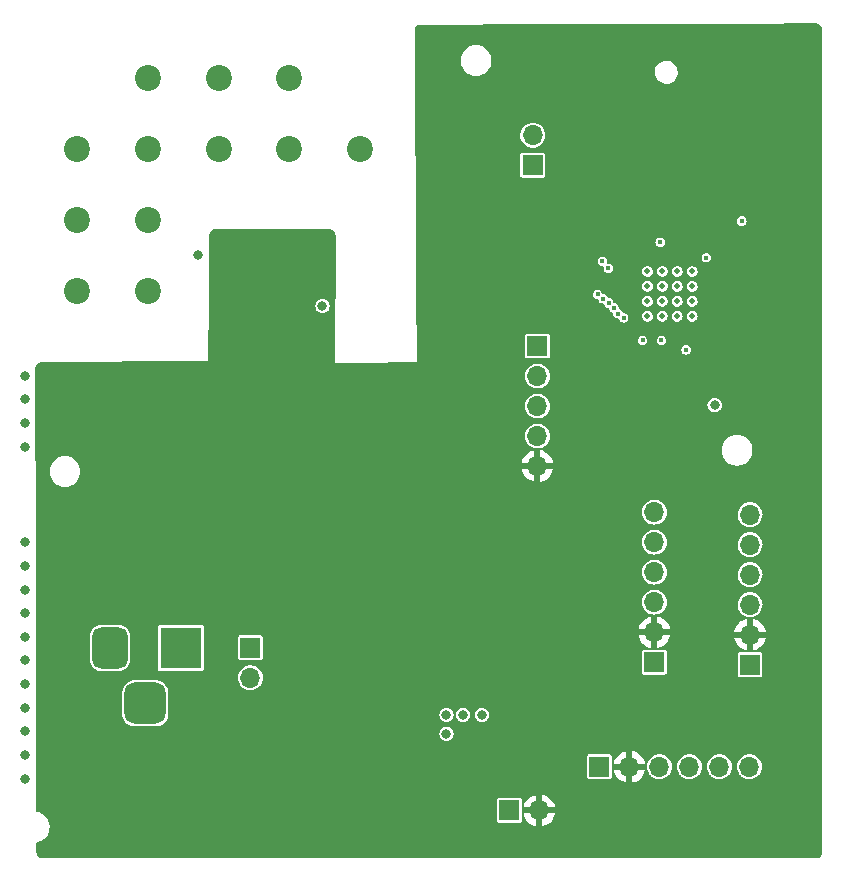
<source format=gbr>
%TF.GenerationSoftware,KiCad,Pcbnew,(6.0.7)*%
%TF.CreationDate,2022-10-02T00:57:54+02:00*%
%TF.ProjectId,sensor_modul,73656e73-6f72-45f6-9d6f-64756c2e6b69,rev?*%
%TF.SameCoordinates,Original*%
%TF.FileFunction,Copper,L2,Inr*%
%TF.FilePolarity,Positive*%
%FSLAX46Y46*%
G04 Gerber Fmt 4.6, Leading zero omitted, Abs format (unit mm)*
G04 Created by KiCad (PCBNEW (6.0.7)) date 2022-10-02 00:57:54*
%MOMM*%
%LPD*%
G01*
G04 APERTURE LIST*
G04 Aperture macros list*
%AMRoundRect*
0 Rectangle with rounded corners*
0 $1 Rounding radius*
0 $2 $3 $4 $5 $6 $7 $8 $9 X,Y pos of 4 corners*
0 Add a 4 corners polygon primitive as box body*
4,1,4,$2,$3,$4,$5,$6,$7,$8,$9,$2,$3,0*
0 Add four circle primitives for the rounded corners*
1,1,$1+$1,$2,$3*
1,1,$1+$1,$4,$5*
1,1,$1+$1,$6,$7*
1,1,$1+$1,$8,$9*
0 Add four rect primitives between the rounded corners*
20,1,$1+$1,$2,$3,$4,$5,0*
20,1,$1+$1,$4,$5,$6,$7,0*
20,1,$1+$1,$6,$7,$8,$9,0*
20,1,$1+$1,$8,$9,$2,$3,0*%
G04 Aperture macros list end*
%TA.AperFunction,ComponentPad*%
%ADD10C,2.500000*%
%TD*%
%TA.AperFunction,ComponentPad*%
%ADD11R,3.500000X3.500000*%
%TD*%
%TA.AperFunction,ComponentPad*%
%ADD12RoundRect,0.750000X-0.750000X-1.000000X0.750000X-1.000000X0.750000X1.000000X-0.750000X1.000000X0*%
%TD*%
%TA.AperFunction,ComponentPad*%
%ADD13RoundRect,0.875000X-0.875000X-0.875000X0.875000X-0.875000X0.875000X0.875000X-0.875000X0.875000X0*%
%TD*%
%TA.AperFunction,ComponentPad*%
%ADD14R,1.700000X1.700000*%
%TD*%
%TA.AperFunction,ComponentPad*%
%ADD15O,1.700000X1.700000*%
%TD*%
%TA.AperFunction,ComponentPad*%
%ADD16C,0.500000*%
%TD*%
%TA.AperFunction,ViaPad*%
%ADD17C,2.200000*%
%TD*%
%TA.AperFunction,ViaPad*%
%ADD18C,0.400000*%
%TD*%
%TA.AperFunction,ViaPad*%
%ADD19C,0.800000*%
%TD*%
G04 APERTURE END LIST*
D10*
%TO.N,GND*%
%TO.C,J2*%
X115360000Y-35040000D03*
X115360000Y-29960000D03*
X120440000Y-29960000D03*
X120440000Y-35040000D03*
%TD*%
D11*
%TO.N,Net-(D4-Pad1)*%
%TO.C,J3*%
X76800000Y-81242500D03*
D12*
%TO.N,Net-(D5-Pad2)*%
X70800000Y-81242500D03*
D13*
%TO.N,N/C*%
X73800000Y-85942500D03*
%TD*%
D14*
%TO.N,/EFR32/Temp_sense*%
%TO.C,TH1*%
X104625000Y-95000000D03*
D15*
%TO.N,GND*%
X107165000Y-95000000D03*
%TD*%
D14*
%TO.N,/EFR32/SPI_CS1*%
%TO.C,J1*%
X116900000Y-82450000D03*
D15*
%TO.N,GND*%
X116900000Y-79910000D03*
%TO.N,/EFR32/SPI_CLK*%
X116900000Y-77370000D03*
%TO.N,/EFR32/SPI_MOSI*%
X116900000Y-74830000D03*
%TO.N,/EFR32/SPI_MISO*%
X116900000Y-72290000D03*
%TO.N,+3V3*%
X116900000Y-69750000D03*
%TD*%
D14*
%TO.N,/EFR32/SPI_CS2*%
%TO.C,J4*%
X112250000Y-91300000D03*
D15*
%TO.N,GND*%
X114790000Y-91300000D03*
%TO.N,/EFR32/SPI_CLK*%
X117330000Y-91300000D03*
%TO.N,/EFR32/SPI_MOSI*%
X119870000Y-91300000D03*
%TO.N,/EFR32/SPI_MISO*%
X122410000Y-91300000D03*
%TO.N,+3V3*%
X124950000Y-91300000D03*
%TD*%
D16*
%TO.N,N/C*%
%TO.C,U2*%
X120110000Y-50631667D03*
X118843333Y-49365000D03*
X117576667Y-51898333D03*
X117576667Y-50631667D03*
X118843333Y-53165000D03*
X116310000Y-50631667D03*
X118843333Y-50631667D03*
X116310000Y-49365000D03*
X116310000Y-51898333D03*
X116310000Y-53165000D03*
X120110000Y-51898333D03*
X117576667Y-53165000D03*
X118843333Y-51898333D03*
X120110000Y-49365000D03*
X120110000Y-53165000D03*
X117576667Y-49365000D03*
%TD*%
D14*
%TO.N,+3V3*%
%TO.C,J7*%
X107000000Y-55675000D03*
D15*
%TO.N,/EFR32/SWDIO*%
X107000000Y-58215000D03*
%TO.N,/EFR32/SWCLK*%
X107000000Y-60755000D03*
%TO.N,/EFR32/RESET*%
X107000000Y-63295000D03*
%TO.N,GND*%
X107000000Y-65835000D03*
%TD*%
D14*
%TO.N,Net-(D3-Pad2)*%
%TO.C,J6*%
X106600000Y-40375000D03*
D15*
%TO.N,+3V3*%
X106600000Y-37835000D03*
%TD*%
D14*
%TO.N,/EFR32/SPI_CS3*%
%TO.C,J5*%
X125000000Y-82650000D03*
D15*
%TO.N,GND*%
X125000000Y-80110000D03*
%TO.N,/EFR32/SPI_CLK*%
X125000000Y-77570000D03*
%TO.N,/EFR32/SPI_MOSI*%
X125000000Y-75030000D03*
%TO.N,/EFR32/SPI_MISO*%
X125000000Y-72490000D03*
%TO.N,+3V3*%
X125000000Y-69950000D03*
%TD*%
D14*
%TO.N,Net-(D4-Pad2)*%
%TO.C,J8*%
X82700000Y-81225000D03*
D15*
%TO.N,Net-(D5-Pad1)*%
X82700000Y-83765000D03*
%TD*%
D17*
%TO.N,*%
X68000000Y-39000000D03*
X74000000Y-33000000D03*
X74000000Y-39000000D03*
X68000000Y-51000000D03*
X74000000Y-51000000D03*
X68000000Y-45000000D03*
X86000000Y-33000000D03*
X92000000Y-39000000D03*
X74000000Y-45000000D03*
X80000000Y-33000000D03*
X86000000Y-39000000D03*
X80000000Y-39000000D03*
D18*
%TO.N,/EFR32/SPI_CS1*%
X113036532Y-52038612D03*
%TO.N,+3V3*%
X115900000Y-55200000D03*
D19*
X99300000Y-88500000D03*
X99300000Y-86900000D03*
X78300000Y-48000000D03*
X88800000Y-52300000D03*
X102300000Y-86900000D03*
D18*
X119600000Y-56000000D03*
D19*
X100700000Y-86900000D03*
%TO.N,GND*%
X129500000Y-55500000D03*
X110000000Y-46000000D03*
X63600000Y-58200000D03*
D18*
X119200000Y-39900000D03*
D19*
X129500000Y-49500000D03*
X63600000Y-76300000D03*
X73660000Y-63500000D03*
X86100000Y-46300000D03*
D18*
X119200000Y-41800000D03*
D19*
X129500000Y-65500000D03*
X75000000Y-60000000D03*
X129500000Y-93500000D03*
X117500000Y-98000000D03*
X125500000Y-41500000D03*
X129500000Y-47500000D03*
X73500000Y-98000000D03*
X88900000Y-63500000D03*
X127500000Y-35500000D03*
X87500000Y-98000000D03*
X78740000Y-71120000D03*
X129500000Y-37500000D03*
X106000000Y-31900000D03*
X70000000Y-67620000D03*
X129500000Y-77500000D03*
X63600000Y-72300000D03*
X125500000Y-37500000D03*
X127500000Y-49500000D03*
X110000000Y-42000000D03*
X127500000Y-47500000D03*
X109500000Y-98000000D03*
X110000000Y-44000000D03*
X129500000Y-53500000D03*
X123500000Y-39500000D03*
X103500000Y-98000000D03*
X63600000Y-78300000D03*
X127500000Y-39500000D03*
X69465514Y-97941378D03*
X63600000Y-88300000D03*
X129500000Y-79500000D03*
X85000000Y-60000000D03*
X129500000Y-63500000D03*
X123500000Y-98000000D03*
X112000000Y-30000000D03*
D18*
X84800000Y-49900000D03*
D19*
X125500000Y-39500000D03*
X63600000Y-74300000D03*
D18*
X121200000Y-42400000D03*
D19*
X125500000Y-43500000D03*
X73660000Y-71120000D03*
X80000000Y-60000000D03*
X112000000Y-46000000D03*
X129500000Y-81500000D03*
X113500000Y-98000000D03*
X63600000Y-86300000D03*
X66200000Y-63500000D03*
X63600000Y-62200000D03*
X112000000Y-34000000D03*
X121500000Y-98000000D03*
X114000000Y-39000000D03*
X129500000Y-75500000D03*
X123500000Y-33500000D03*
X129500000Y-41500000D03*
X63600000Y-80300000D03*
X129500000Y-61500000D03*
X85000000Y-67620000D03*
X108000000Y-30000000D03*
X125500000Y-98000000D03*
X79500000Y-98000000D03*
X108000000Y-34000000D03*
X123500000Y-31500000D03*
X110000000Y-32000000D03*
X83820000Y-71120000D03*
X127500000Y-41500000D03*
X95500000Y-98000000D03*
X127500000Y-33500000D03*
X110000000Y-30000000D03*
D18*
X116616388Y-55209988D03*
D19*
X90000000Y-67620000D03*
X108000000Y-31900000D03*
X78740000Y-63500000D03*
X63600000Y-82300000D03*
X89500000Y-98000000D03*
X127500000Y-53500000D03*
X129500000Y-33500000D03*
X82600000Y-46300000D03*
X112000000Y-36000000D03*
X125500000Y-31500000D03*
X129500000Y-29500000D03*
X77500000Y-98000000D03*
X129500000Y-59500000D03*
X129500000Y-73500000D03*
X112000000Y-44000000D03*
X127500000Y-29500000D03*
X129500000Y-89500000D03*
X129500000Y-67500000D03*
X88300000Y-46300000D03*
X129500000Y-35500000D03*
X129500000Y-57500000D03*
X67486214Y-97894252D03*
X123500000Y-35500000D03*
X63600000Y-64200000D03*
D18*
X121200000Y-40800000D03*
D19*
X129500000Y-95500000D03*
X110000000Y-38000000D03*
X110000000Y-34000000D03*
X110000000Y-40000000D03*
X127500000Y-51500000D03*
X80000000Y-67620000D03*
X115500000Y-98000000D03*
X123500000Y-29500000D03*
X85500000Y-98000000D03*
X129500000Y-43500000D03*
X97500000Y-98000000D03*
X119500000Y-98000000D03*
X129500000Y-31500000D03*
X84400000Y-46300000D03*
X81500000Y-98000000D03*
X75000000Y-67620000D03*
X129500000Y-85500000D03*
X81600000Y-51500000D03*
X129500000Y-91500000D03*
X107500000Y-98000000D03*
X99500000Y-98000000D03*
X106000000Y-30000000D03*
X112000000Y-42000000D03*
D18*
X121200000Y-39200000D03*
D19*
X114000000Y-43000000D03*
X114000000Y-45000000D03*
X63600000Y-60200000D03*
D18*
X117000000Y-38000000D03*
D19*
X127500000Y-31500000D03*
X129500000Y-69500000D03*
X129500000Y-97500000D03*
X91500000Y-98000000D03*
X105500000Y-98000000D03*
D18*
X120600000Y-37800000D03*
D19*
X75500000Y-98000000D03*
X125500000Y-29500000D03*
X127500000Y-43500000D03*
X127500000Y-98000000D03*
X63600000Y-90300000D03*
X114000000Y-41000000D03*
X129500000Y-83500000D03*
X87100000Y-51100000D03*
X123500000Y-43500000D03*
X93500000Y-98000000D03*
X110000000Y-36000000D03*
X70000000Y-60000000D03*
X129500000Y-71500000D03*
X63600000Y-84300000D03*
X129500000Y-51500000D03*
X71500000Y-98000000D03*
X112000000Y-40000000D03*
X63600000Y-92300000D03*
X127500000Y-37500000D03*
X101500000Y-98000000D03*
X112000000Y-32000000D03*
X106000000Y-34000000D03*
X125500000Y-35500000D03*
X88900000Y-71120000D03*
D18*
X84800000Y-48400000D03*
D19*
X90000000Y-60000000D03*
X127500000Y-45500000D03*
X83820000Y-63500000D03*
X123500000Y-37500000D03*
X129500000Y-39500000D03*
X112000000Y-38000000D03*
X111500000Y-98000000D03*
X83500000Y-98000000D03*
X125500000Y-33500000D03*
X93980000Y-63500000D03*
X129500000Y-87500000D03*
X80700000Y-46300000D03*
X123500000Y-41500000D03*
X129500000Y-45500000D03*
D18*
%TO.N,VDCDC*%
X117400500Y-46900000D03*
X117500000Y-55200000D03*
X124300000Y-45100000D03*
%TO.N,/EFR32/SPI_CLK*%
X113467447Y-52455403D03*
%TO.N,/EFR32/SPI_MOSI*%
X113820904Y-52939625D03*
%TO.N,/EFR32/SPI_MISO*%
X114300000Y-53300000D03*
%TO.N,/EFR32/SPI_CS2*%
X112088752Y-51304351D03*
%TO.N,/EFR32/SPI_CS3*%
X112558478Y-51676856D03*
%TO.N,/EFR32/RESET*%
X121300000Y-48200000D03*
D19*
X122000000Y-60700000D03*
D18*
%TO.N,/EFR32/SWDIO*%
X112500000Y-48500000D03*
%TO.N,/EFR32/SWCLK*%
X113000000Y-49100000D03*
%TD*%
%TA.AperFunction,Conductor*%
%TO.N,GND*%
G36*
X130603026Y-28365352D02*
G01*
X130720474Y-28380497D01*
X130736273Y-28384690D01*
X130841943Y-28428191D01*
X130856114Y-28436336D01*
X130889572Y-28461919D01*
X130946898Y-28505753D01*
X130958470Y-28517291D01*
X131028155Y-28607880D01*
X131036337Y-28622022D01*
X131080145Y-28727570D01*
X131084383Y-28743356D01*
X131098963Y-28853893D01*
X131099500Y-28862066D01*
X131099500Y-98566105D01*
X131098965Y-98574263D01*
X131084440Y-98684583D01*
X131080217Y-98700344D01*
X131036558Y-98805740D01*
X131028403Y-98819865D01*
X130963469Y-98904480D01*
X130958951Y-98910368D01*
X130947415Y-98921903D01*
X130890127Y-98965857D01*
X130863108Y-98986587D01*
X130825063Y-98999500D01*
X64867205Y-98999500D01*
X64843315Y-98994754D01*
X64839962Y-98993367D01*
X64825851Y-98985233D01*
X64735431Y-98915986D01*
X64723899Y-98904480D01*
X64654445Y-98814218D01*
X64646278Y-98800124D01*
X64602507Y-98694976D01*
X64598261Y-98679252D01*
X64582602Y-98562282D01*
X64582049Y-98554138D01*
X64580126Y-97746196D01*
X64598326Y-97701959D01*
X64627045Y-97686954D01*
X64626692Y-97685635D01*
X64843859Y-97627446D01*
X64843863Y-97627444D01*
X64846496Y-97626739D01*
X64938797Y-97583698D01*
X65050260Y-97531722D01*
X65050263Y-97531720D01*
X65052734Y-97530568D01*
X65239139Y-97400047D01*
X65400047Y-97239139D01*
X65530568Y-97052734D01*
X65626739Y-96846496D01*
X65685635Y-96626692D01*
X65705468Y-96400000D01*
X65699624Y-96333204D01*
X65685873Y-96176026D01*
X65685873Y-96176024D01*
X65685635Y-96173308D01*
X65684929Y-96170672D01*
X65627446Y-95956141D01*
X65627444Y-95956137D01*
X65626739Y-95953504D01*
X65587683Y-95869748D01*
X103574500Y-95869748D01*
X103586133Y-95928231D01*
X103630448Y-95994552D01*
X103635562Y-95997969D01*
X103691653Y-96035449D01*
X103691655Y-96035450D01*
X103696769Y-96038867D01*
X103702803Y-96040067D01*
X103702805Y-96040068D01*
X103752239Y-96049901D01*
X103752242Y-96049901D01*
X103755252Y-96050500D01*
X105494748Y-96050500D01*
X105497758Y-96049901D01*
X105497761Y-96049901D01*
X105547195Y-96040068D01*
X105547197Y-96040067D01*
X105553231Y-96038867D01*
X105558345Y-96035450D01*
X105558347Y-96035449D01*
X105614438Y-95997969D01*
X105619552Y-95994552D01*
X105663867Y-95928231D01*
X105675500Y-95869748D01*
X105675500Y-95262051D01*
X105831924Y-95262051D01*
X105864139Y-95404994D01*
X105865664Y-95409861D01*
X105947747Y-95612008D01*
X105950057Y-95616582D01*
X106064051Y-95802602D01*
X106067072Y-95806731D01*
X106209917Y-95971635D01*
X106213580Y-95975222D01*
X106381437Y-96114580D01*
X106385631Y-96117517D01*
X106573999Y-96227590D01*
X106578615Y-96229802D01*
X106782442Y-96307635D01*
X106787343Y-96309059D01*
X106898817Y-96331738D01*
X106908158Y-96329923D01*
X106911000Y-96325709D01*
X106911000Y-96324201D01*
X107419000Y-96324201D01*
X107422641Y-96332991D01*
X107428495Y-96335416D01*
X107445762Y-96333204D01*
X107450772Y-96332139D01*
X107659749Y-96269443D01*
X107664499Y-96267581D01*
X107860436Y-96171592D01*
X107864824Y-96168976D01*
X108042449Y-96042278D01*
X108046352Y-96038980D01*
X108200897Y-95884973D01*
X108204210Y-95881080D01*
X108331522Y-95703906D01*
X108334161Y-95699515D01*
X108430825Y-95503930D01*
X108432710Y-95499170D01*
X108496136Y-95290413D01*
X108497215Y-95285420D01*
X108499728Y-95266326D01*
X108497266Y-95257135D01*
X108491835Y-95254000D01*
X107431431Y-95254000D01*
X107422641Y-95257641D01*
X107419000Y-95266431D01*
X107419000Y-96324201D01*
X106911000Y-96324201D01*
X106911000Y-95266431D01*
X106907359Y-95257641D01*
X106898569Y-95254000D01*
X105842541Y-95254000D01*
X105833751Y-95257641D01*
X105831924Y-95262051D01*
X105675500Y-95262051D01*
X105675500Y-94736924D01*
X105828628Y-94736924D01*
X105830347Y-94742767D01*
X105836274Y-94746000D01*
X106898569Y-94746000D01*
X106907359Y-94742359D01*
X106911000Y-94733569D01*
X107419000Y-94733569D01*
X107422641Y-94742359D01*
X107431431Y-94746000D01*
X108489028Y-94746000D01*
X108497818Y-94742359D01*
X108499515Y-94738261D01*
X108455580Y-94563350D01*
X108453932Y-94558510D01*
X108366937Y-94358435D01*
X108364514Y-94353917D01*
X108246013Y-94170741D01*
X108242889Y-94166684D01*
X108096057Y-94005318D01*
X108092314Y-94001827D01*
X107921091Y-93866605D01*
X107916834Y-93863777D01*
X107725831Y-93758337D01*
X107721166Y-93756240D01*
X107515503Y-93683411D01*
X107510555Y-93682103D01*
X107431239Y-93667975D01*
X107421947Y-93670018D01*
X107419000Y-93674626D01*
X107419000Y-94733569D01*
X106911000Y-94733569D01*
X106911000Y-93677418D01*
X106907359Y-93668628D01*
X106901922Y-93666376D01*
X106851745Y-93674055D01*
X106846766Y-93675241D01*
X106639394Y-93743020D01*
X106634669Y-93745006D01*
X106441153Y-93845744D01*
X106436819Y-93848474D01*
X106262348Y-93979471D01*
X106258527Y-93982863D01*
X106107793Y-94140598D01*
X106104572Y-94144575D01*
X105981629Y-94324802D01*
X105979096Y-94329261D01*
X105887240Y-94527149D01*
X105885473Y-94531950D01*
X105828628Y-94736924D01*
X105675500Y-94736924D01*
X105675500Y-94130252D01*
X105663867Y-94071769D01*
X105619552Y-94005448D01*
X105585752Y-93982863D01*
X105558347Y-93964551D01*
X105558345Y-93964550D01*
X105553231Y-93961133D01*
X105547197Y-93959933D01*
X105547195Y-93959932D01*
X105497761Y-93950099D01*
X105497758Y-93950099D01*
X105494748Y-93949500D01*
X103755252Y-93949500D01*
X103752242Y-93950099D01*
X103752239Y-93950099D01*
X103702805Y-93959932D01*
X103702803Y-93959933D01*
X103696769Y-93961133D01*
X103691655Y-93964550D01*
X103691653Y-93964551D01*
X103664248Y-93982863D01*
X103630448Y-94005448D01*
X103586133Y-94071769D01*
X103574500Y-94130252D01*
X103574500Y-95869748D01*
X65587683Y-95869748D01*
X65530568Y-95747266D01*
X65400047Y-95560861D01*
X65239139Y-95399953D01*
X65052734Y-95269432D01*
X65050263Y-95268280D01*
X65050260Y-95268278D01*
X64938797Y-95216302D01*
X64846496Y-95173261D01*
X64843863Y-95172556D01*
X64843859Y-95172554D01*
X64629334Y-95115073D01*
X64629335Y-95115073D01*
X64626692Y-95114365D01*
X64625131Y-95114228D01*
X64585013Y-95088665D01*
X64573713Y-95052970D01*
X64572975Y-94742767D01*
X64566849Y-92169748D01*
X111199500Y-92169748D01*
X111200099Y-92172758D01*
X111200099Y-92172761D01*
X111203779Y-92191258D01*
X111211133Y-92228231D01*
X111255448Y-92294552D01*
X111260562Y-92297969D01*
X111316653Y-92335449D01*
X111316655Y-92335450D01*
X111321769Y-92338867D01*
X111327803Y-92340067D01*
X111327805Y-92340068D01*
X111377239Y-92349901D01*
X111377242Y-92349901D01*
X111380252Y-92350500D01*
X113119748Y-92350500D01*
X113122758Y-92349901D01*
X113122761Y-92349901D01*
X113172195Y-92340068D01*
X113172197Y-92340067D01*
X113178231Y-92338867D01*
X113183345Y-92335450D01*
X113183347Y-92335449D01*
X113239438Y-92297969D01*
X113244552Y-92294552D01*
X113288867Y-92228231D01*
X113296222Y-92191258D01*
X113299901Y-92172761D01*
X113299901Y-92172758D01*
X113300500Y-92169748D01*
X113300500Y-91562051D01*
X113456924Y-91562051D01*
X113489139Y-91704994D01*
X113490664Y-91709861D01*
X113572747Y-91912008D01*
X113575057Y-91916582D01*
X113689051Y-92102602D01*
X113692072Y-92106731D01*
X113834917Y-92271635D01*
X113838580Y-92275222D01*
X114006437Y-92414580D01*
X114010631Y-92417517D01*
X114198999Y-92527590D01*
X114203615Y-92529802D01*
X114407442Y-92607635D01*
X114412343Y-92609059D01*
X114523817Y-92631738D01*
X114533158Y-92629923D01*
X114536000Y-92625709D01*
X114536000Y-92624201D01*
X115044000Y-92624201D01*
X115047641Y-92632991D01*
X115053495Y-92635416D01*
X115070762Y-92633204D01*
X115075772Y-92632139D01*
X115284749Y-92569443D01*
X115289499Y-92567581D01*
X115485436Y-92471592D01*
X115489824Y-92468976D01*
X115667449Y-92342278D01*
X115671352Y-92338980D01*
X115825897Y-92184973D01*
X115829210Y-92181080D01*
X115956522Y-92003906D01*
X115959161Y-91999515D01*
X116055825Y-91803930D01*
X116057710Y-91799170D01*
X116121136Y-91590413D01*
X116122215Y-91585420D01*
X116124728Y-91566326D01*
X116122266Y-91557135D01*
X116116835Y-91554000D01*
X115056431Y-91554000D01*
X115047641Y-91557641D01*
X115044000Y-91566431D01*
X115044000Y-92624201D01*
X114536000Y-92624201D01*
X114536000Y-91566431D01*
X114532359Y-91557641D01*
X114523569Y-91554000D01*
X113467541Y-91554000D01*
X113458751Y-91557641D01*
X113456924Y-91562051D01*
X113300500Y-91562051D01*
X113300500Y-91285262D01*
X116274520Y-91285262D01*
X116291759Y-91490553D01*
X116348544Y-91688586D01*
X116442712Y-91871818D01*
X116444603Y-91874204D01*
X116444605Y-91874207D01*
X116473598Y-91910787D01*
X116570677Y-92033270D01*
X116573007Y-92035253D01*
X116656994Y-92106731D01*
X116727564Y-92166791D01*
X116907398Y-92267297D01*
X116910302Y-92268241D01*
X116910303Y-92268241D01*
X117100416Y-92330013D01*
X117100421Y-92330014D01*
X117103329Y-92330959D01*
X117106370Y-92331322D01*
X117106372Y-92331322D01*
X117175344Y-92339546D01*
X117307894Y-92355351D01*
X117310936Y-92355117D01*
X117310939Y-92355117D01*
X117510249Y-92339781D01*
X117510251Y-92339781D01*
X117513300Y-92339546D01*
X117711725Y-92284145D01*
X117714448Y-92282770D01*
X117714452Y-92282768D01*
X117892890Y-92192632D01*
X117895610Y-92191258D01*
X117898008Y-92189385D01*
X117898012Y-92189382D01*
X118009085Y-92102602D01*
X118057951Y-92064424D01*
X118086910Y-92030875D01*
X118113978Y-91999515D01*
X118192564Y-91908472D01*
X118294323Y-91729344D01*
X118359351Y-91533863D01*
X118364452Y-91493489D01*
X118384951Y-91331216D01*
X118384951Y-91331215D01*
X118385171Y-91329474D01*
X118385583Y-91300000D01*
X118385414Y-91298280D01*
X118385414Y-91298271D01*
X118384138Y-91285262D01*
X118814520Y-91285262D01*
X118831759Y-91490553D01*
X118888544Y-91688586D01*
X118982712Y-91871818D01*
X118984603Y-91874204D01*
X118984605Y-91874207D01*
X119013598Y-91910787D01*
X119110677Y-92033270D01*
X119113007Y-92035253D01*
X119196994Y-92106731D01*
X119267564Y-92166791D01*
X119447398Y-92267297D01*
X119450302Y-92268241D01*
X119450303Y-92268241D01*
X119640416Y-92330013D01*
X119640421Y-92330014D01*
X119643329Y-92330959D01*
X119646370Y-92331322D01*
X119646372Y-92331322D01*
X119715344Y-92339546D01*
X119847894Y-92355351D01*
X119850936Y-92355117D01*
X119850939Y-92355117D01*
X120050249Y-92339781D01*
X120050251Y-92339781D01*
X120053300Y-92339546D01*
X120251725Y-92284145D01*
X120254448Y-92282770D01*
X120254452Y-92282768D01*
X120432890Y-92192632D01*
X120435610Y-92191258D01*
X120438008Y-92189385D01*
X120438012Y-92189382D01*
X120549085Y-92102602D01*
X120597951Y-92064424D01*
X120626910Y-92030875D01*
X120653978Y-91999515D01*
X120732564Y-91908472D01*
X120834323Y-91729344D01*
X120899351Y-91533863D01*
X120904452Y-91493489D01*
X120924951Y-91331216D01*
X120924951Y-91331215D01*
X120925171Y-91329474D01*
X120925583Y-91300000D01*
X120925414Y-91298280D01*
X120925414Y-91298271D01*
X120924138Y-91285262D01*
X121354520Y-91285262D01*
X121371759Y-91490553D01*
X121428544Y-91688586D01*
X121522712Y-91871818D01*
X121524603Y-91874204D01*
X121524605Y-91874207D01*
X121553598Y-91910787D01*
X121650677Y-92033270D01*
X121653007Y-92035253D01*
X121736994Y-92106731D01*
X121807564Y-92166791D01*
X121987398Y-92267297D01*
X121990302Y-92268241D01*
X121990303Y-92268241D01*
X122180416Y-92330013D01*
X122180421Y-92330014D01*
X122183329Y-92330959D01*
X122186370Y-92331322D01*
X122186372Y-92331322D01*
X122255344Y-92339546D01*
X122387894Y-92355351D01*
X122390936Y-92355117D01*
X122390939Y-92355117D01*
X122590249Y-92339781D01*
X122590251Y-92339781D01*
X122593300Y-92339546D01*
X122791725Y-92284145D01*
X122794448Y-92282770D01*
X122794452Y-92282768D01*
X122972890Y-92192632D01*
X122975610Y-92191258D01*
X122978008Y-92189385D01*
X122978012Y-92189382D01*
X123089085Y-92102602D01*
X123137951Y-92064424D01*
X123166910Y-92030875D01*
X123193978Y-91999515D01*
X123272564Y-91908472D01*
X123374323Y-91729344D01*
X123439351Y-91533863D01*
X123444452Y-91493489D01*
X123464951Y-91331216D01*
X123464951Y-91331215D01*
X123465171Y-91329474D01*
X123465583Y-91300000D01*
X123465414Y-91298280D01*
X123465414Y-91298271D01*
X123464138Y-91285262D01*
X123894520Y-91285262D01*
X123911759Y-91490553D01*
X123968544Y-91688586D01*
X124062712Y-91871818D01*
X124064603Y-91874204D01*
X124064605Y-91874207D01*
X124093598Y-91910787D01*
X124190677Y-92033270D01*
X124193007Y-92035253D01*
X124276994Y-92106731D01*
X124347564Y-92166791D01*
X124527398Y-92267297D01*
X124530302Y-92268241D01*
X124530303Y-92268241D01*
X124720416Y-92330013D01*
X124720421Y-92330014D01*
X124723329Y-92330959D01*
X124726370Y-92331322D01*
X124726372Y-92331322D01*
X124795344Y-92339546D01*
X124927894Y-92355351D01*
X124930936Y-92355117D01*
X124930939Y-92355117D01*
X125130249Y-92339781D01*
X125130251Y-92339781D01*
X125133300Y-92339546D01*
X125331725Y-92284145D01*
X125334448Y-92282770D01*
X125334452Y-92282768D01*
X125512890Y-92192632D01*
X125515610Y-92191258D01*
X125518008Y-92189385D01*
X125518012Y-92189382D01*
X125629085Y-92102602D01*
X125677951Y-92064424D01*
X125706910Y-92030875D01*
X125733978Y-91999515D01*
X125812564Y-91908472D01*
X125914323Y-91729344D01*
X125979351Y-91533863D01*
X125984452Y-91493489D01*
X126004951Y-91331216D01*
X126004951Y-91331215D01*
X126005171Y-91329474D01*
X126005583Y-91300000D01*
X126005414Y-91298280D01*
X126005414Y-91298271D01*
X125985778Y-91098010D01*
X125985480Y-91094970D01*
X125925935Y-90897749D01*
X125829218Y-90715849D01*
X125699011Y-90556200D01*
X125540275Y-90424882D01*
X125359055Y-90326897D01*
X125289764Y-90305448D01*
X125165169Y-90266879D01*
X125165166Y-90266878D01*
X125162254Y-90265977D01*
X125159221Y-90265658D01*
X125159220Y-90265658D01*
X125104739Y-90259932D01*
X124957369Y-90244443D01*
X124954336Y-90244719D01*
X124954332Y-90244719D01*
X124841436Y-90254993D01*
X124752203Y-90263114D01*
X124749270Y-90263977D01*
X124749266Y-90263978D01*
X124619974Y-90302031D01*
X124554572Y-90321280D01*
X124372002Y-90416726D01*
X124211447Y-90545815D01*
X124079024Y-90703630D01*
X123979776Y-90884162D01*
X123917484Y-91080532D01*
X123917143Y-91083570D01*
X123917143Y-91083571D01*
X123915524Y-91098010D01*
X123894520Y-91285262D01*
X123464138Y-91285262D01*
X123445778Y-91098010D01*
X123445480Y-91094970D01*
X123385935Y-90897749D01*
X123289218Y-90715849D01*
X123159011Y-90556200D01*
X123000275Y-90424882D01*
X122819055Y-90326897D01*
X122749764Y-90305448D01*
X122625169Y-90266879D01*
X122625166Y-90266878D01*
X122622254Y-90265977D01*
X122619221Y-90265658D01*
X122619220Y-90265658D01*
X122564739Y-90259932D01*
X122417369Y-90244443D01*
X122414336Y-90244719D01*
X122414332Y-90244719D01*
X122301436Y-90254993D01*
X122212203Y-90263114D01*
X122209270Y-90263977D01*
X122209266Y-90263978D01*
X122079974Y-90302031D01*
X122014572Y-90321280D01*
X121832002Y-90416726D01*
X121671447Y-90545815D01*
X121539024Y-90703630D01*
X121439776Y-90884162D01*
X121377484Y-91080532D01*
X121377143Y-91083570D01*
X121377143Y-91083571D01*
X121375524Y-91098010D01*
X121354520Y-91285262D01*
X120924138Y-91285262D01*
X120905778Y-91098010D01*
X120905480Y-91094970D01*
X120845935Y-90897749D01*
X120749218Y-90715849D01*
X120619011Y-90556200D01*
X120460275Y-90424882D01*
X120279055Y-90326897D01*
X120209764Y-90305448D01*
X120085169Y-90266879D01*
X120085166Y-90266878D01*
X120082254Y-90265977D01*
X120079221Y-90265658D01*
X120079220Y-90265658D01*
X120024739Y-90259932D01*
X119877369Y-90244443D01*
X119874336Y-90244719D01*
X119874332Y-90244719D01*
X119761436Y-90254993D01*
X119672203Y-90263114D01*
X119669270Y-90263977D01*
X119669266Y-90263978D01*
X119539974Y-90302031D01*
X119474572Y-90321280D01*
X119292002Y-90416726D01*
X119131447Y-90545815D01*
X118999024Y-90703630D01*
X118899776Y-90884162D01*
X118837484Y-91080532D01*
X118837143Y-91083570D01*
X118837143Y-91083571D01*
X118835524Y-91098010D01*
X118814520Y-91285262D01*
X118384138Y-91285262D01*
X118365778Y-91098010D01*
X118365480Y-91094970D01*
X118305935Y-90897749D01*
X118209218Y-90715849D01*
X118079011Y-90556200D01*
X117920275Y-90424882D01*
X117739055Y-90326897D01*
X117669764Y-90305448D01*
X117545169Y-90266879D01*
X117545166Y-90266878D01*
X117542254Y-90265977D01*
X117539221Y-90265658D01*
X117539220Y-90265658D01*
X117484739Y-90259932D01*
X117337369Y-90244443D01*
X117334336Y-90244719D01*
X117334332Y-90244719D01*
X117221436Y-90254993D01*
X117132203Y-90263114D01*
X117129270Y-90263977D01*
X117129266Y-90263978D01*
X116999974Y-90302031D01*
X116934572Y-90321280D01*
X116752002Y-90416726D01*
X116591447Y-90545815D01*
X116459024Y-90703630D01*
X116359776Y-90884162D01*
X116297484Y-91080532D01*
X116297143Y-91083570D01*
X116297143Y-91083571D01*
X116295524Y-91098010D01*
X116274520Y-91285262D01*
X113300500Y-91285262D01*
X113300500Y-91036924D01*
X113453628Y-91036924D01*
X113455347Y-91042767D01*
X113461274Y-91046000D01*
X114523569Y-91046000D01*
X114532359Y-91042359D01*
X114536000Y-91033569D01*
X115044000Y-91033569D01*
X115047641Y-91042359D01*
X115056431Y-91046000D01*
X116114028Y-91046000D01*
X116122818Y-91042359D01*
X116124515Y-91038261D01*
X116080580Y-90863350D01*
X116078932Y-90858510D01*
X115991937Y-90658435D01*
X115989514Y-90653917D01*
X115871013Y-90470741D01*
X115867889Y-90466684D01*
X115721057Y-90305318D01*
X115717314Y-90301827D01*
X115546091Y-90166605D01*
X115541834Y-90163777D01*
X115350831Y-90058337D01*
X115346166Y-90056240D01*
X115140503Y-89983411D01*
X115135555Y-89982103D01*
X115056239Y-89967975D01*
X115046947Y-89970018D01*
X115044000Y-89974626D01*
X115044000Y-91033569D01*
X114536000Y-91033569D01*
X114536000Y-89977418D01*
X114532359Y-89968628D01*
X114526922Y-89966376D01*
X114476745Y-89974055D01*
X114471766Y-89975241D01*
X114264394Y-90043020D01*
X114259669Y-90045006D01*
X114066153Y-90145744D01*
X114061819Y-90148474D01*
X113887348Y-90279471D01*
X113883527Y-90282863D01*
X113732793Y-90440598D01*
X113729572Y-90444575D01*
X113606629Y-90624802D01*
X113604096Y-90629261D01*
X113512240Y-90827149D01*
X113510473Y-90831950D01*
X113453628Y-91036924D01*
X113300500Y-91036924D01*
X113300500Y-90430252D01*
X113299432Y-90424882D01*
X113290068Y-90377805D01*
X113290067Y-90377803D01*
X113288867Y-90371769D01*
X113244552Y-90305448D01*
X113210752Y-90282863D01*
X113183347Y-90264551D01*
X113183345Y-90264550D01*
X113178231Y-90261133D01*
X113172197Y-90259933D01*
X113172195Y-90259932D01*
X113122761Y-90250099D01*
X113122758Y-90250099D01*
X113119748Y-90249500D01*
X111380252Y-90249500D01*
X111377242Y-90250099D01*
X111377239Y-90250099D01*
X111327805Y-90259932D01*
X111327803Y-90259933D01*
X111321769Y-90261133D01*
X111316655Y-90264550D01*
X111316653Y-90264551D01*
X111289248Y-90282863D01*
X111255448Y-90305448D01*
X111211133Y-90371769D01*
X111209933Y-90377803D01*
X111209932Y-90377805D01*
X111200568Y-90424882D01*
X111199500Y-90430252D01*
X111199500Y-92169748D01*
X64566849Y-92169748D01*
X64558111Y-88500000D01*
X98694318Y-88500000D01*
X98714956Y-88656762D01*
X98775464Y-88802841D01*
X98871718Y-88928282D01*
X98997159Y-89024536D01*
X99000942Y-89026103D01*
X99139452Y-89083476D01*
X99139453Y-89083476D01*
X99143238Y-89085044D01*
X99147300Y-89085579D01*
X99147301Y-89085579D01*
X99295936Y-89105147D01*
X99300000Y-89105682D01*
X99304064Y-89105147D01*
X99452699Y-89085579D01*
X99452700Y-89085579D01*
X99456762Y-89085044D01*
X99460547Y-89083476D01*
X99460548Y-89083476D01*
X99599058Y-89026103D01*
X99602841Y-89024536D01*
X99728282Y-88928282D01*
X99824536Y-88802841D01*
X99885044Y-88656762D01*
X99905682Y-88500000D01*
X99885044Y-88343238D01*
X99824536Y-88197159D01*
X99728282Y-88071718D01*
X99602841Y-87975464D01*
X99599058Y-87973897D01*
X99460548Y-87916524D01*
X99460547Y-87916524D01*
X99456762Y-87914956D01*
X99452700Y-87914421D01*
X99452699Y-87914421D01*
X99304064Y-87894853D01*
X99300000Y-87894318D01*
X99295936Y-87894853D01*
X99147301Y-87914421D01*
X99147300Y-87914421D01*
X99143238Y-87914956D01*
X99139453Y-87916524D01*
X99139452Y-87916524D01*
X99000942Y-87973897D01*
X98997159Y-87975464D01*
X98871718Y-88071718D01*
X98775464Y-88197159D01*
X98714956Y-88343238D01*
X98694318Y-88500000D01*
X64558111Y-88500000D01*
X64554301Y-86899842D01*
X71849500Y-86899842D01*
X71852433Y-86947295D01*
X71896327Y-87147771D01*
X71977338Y-87336330D01*
X71979009Y-87338794D01*
X71979011Y-87338797D01*
X72090876Y-87503710D01*
X72090880Y-87503714D01*
X72092544Y-87506168D01*
X72237786Y-87651157D01*
X72240250Y-87652822D01*
X72404012Y-87763489D01*
X72407825Y-87766066D01*
X72410562Y-87767236D01*
X72410567Y-87767239D01*
X72593781Y-87845575D01*
X72593783Y-87845576D01*
X72596525Y-87846748D01*
X72599436Y-87847380D01*
X72599439Y-87847381D01*
X72777874Y-87886123D01*
X72797077Y-87890292D01*
X72842658Y-87893000D01*
X74757342Y-87893000D01*
X74767813Y-87892353D01*
X74802390Y-87890216D01*
X74802395Y-87890215D01*
X74804795Y-87890067D01*
X75005271Y-87846173D01*
X75193830Y-87765162D01*
X75196294Y-87763491D01*
X75196297Y-87763489D01*
X75361210Y-87651624D01*
X75361214Y-87651620D01*
X75363668Y-87649956D01*
X75508657Y-87504714D01*
X75564523Y-87422045D01*
X75621897Y-87337145D01*
X75621898Y-87337144D01*
X75623566Y-87334675D01*
X75624736Y-87331938D01*
X75624739Y-87331933D01*
X75703075Y-87148719D01*
X75703076Y-87148717D01*
X75704248Y-87145975D01*
X75747792Y-86945423D01*
X75750491Y-86900000D01*
X98694318Y-86900000D01*
X98714956Y-87056762D01*
X98716524Y-87060547D01*
X98716524Y-87060548D01*
X98773897Y-87199058D01*
X98775464Y-87202841D01*
X98871718Y-87328282D01*
X98997159Y-87424536D01*
X99000942Y-87426103D01*
X99139452Y-87483476D01*
X99139453Y-87483476D01*
X99143238Y-87485044D01*
X99147300Y-87485579D01*
X99147301Y-87485579D01*
X99295936Y-87505147D01*
X99300000Y-87505682D01*
X99304064Y-87505147D01*
X99452699Y-87485579D01*
X99452700Y-87485579D01*
X99456762Y-87485044D01*
X99460547Y-87483476D01*
X99460548Y-87483476D01*
X99599058Y-87426103D01*
X99602841Y-87424536D01*
X99728282Y-87328282D01*
X99824536Y-87202841D01*
X99826103Y-87199058D01*
X99883476Y-87060548D01*
X99883476Y-87060547D01*
X99885044Y-87056762D01*
X99905682Y-86900000D01*
X100094318Y-86900000D01*
X100114956Y-87056762D01*
X100116524Y-87060547D01*
X100116524Y-87060548D01*
X100173897Y-87199058D01*
X100175464Y-87202841D01*
X100271718Y-87328282D01*
X100397159Y-87424536D01*
X100400942Y-87426103D01*
X100539452Y-87483476D01*
X100539453Y-87483476D01*
X100543238Y-87485044D01*
X100547300Y-87485579D01*
X100547301Y-87485579D01*
X100695936Y-87505147D01*
X100700000Y-87505682D01*
X100704064Y-87505147D01*
X100852699Y-87485579D01*
X100852700Y-87485579D01*
X100856762Y-87485044D01*
X100860547Y-87483476D01*
X100860548Y-87483476D01*
X100999058Y-87426103D01*
X101002841Y-87424536D01*
X101128282Y-87328282D01*
X101224536Y-87202841D01*
X101226103Y-87199058D01*
X101283476Y-87060548D01*
X101283476Y-87060547D01*
X101285044Y-87056762D01*
X101305682Y-86900000D01*
X101694318Y-86900000D01*
X101714956Y-87056762D01*
X101716524Y-87060547D01*
X101716524Y-87060548D01*
X101773897Y-87199058D01*
X101775464Y-87202841D01*
X101871718Y-87328282D01*
X101997159Y-87424536D01*
X102000942Y-87426103D01*
X102139452Y-87483476D01*
X102139453Y-87483476D01*
X102143238Y-87485044D01*
X102147300Y-87485579D01*
X102147301Y-87485579D01*
X102295936Y-87505147D01*
X102300000Y-87505682D01*
X102304064Y-87505147D01*
X102452699Y-87485579D01*
X102452700Y-87485579D01*
X102456762Y-87485044D01*
X102460547Y-87483476D01*
X102460548Y-87483476D01*
X102599058Y-87426103D01*
X102602841Y-87424536D01*
X102728282Y-87328282D01*
X102824536Y-87202841D01*
X102826103Y-87199058D01*
X102883476Y-87060548D01*
X102883476Y-87060547D01*
X102885044Y-87056762D01*
X102905682Y-86900000D01*
X102885044Y-86743238D01*
X102824536Y-86597159D01*
X102728282Y-86471718D01*
X102602841Y-86375464D01*
X102599058Y-86373897D01*
X102460548Y-86316524D01*
X102460547Y-86316524D01*
X102456762Y-86314956D01*
X102452700Y-86314421D01*
X102452699Y-86314421D01*
X102304064Y-86294853D01*
X102300000Y-86294318D01*
X102295936Y-86294853D01*
X102147301Y-86314421D01*
X102147300Y-86314421D01*
X102143238Y-86314956D01*
X102139453Y-86316524D01*
X102139452Y-86316524D01*
X102000942Y-86373897D01*
X101997159Y-86375464D01*
X101871718Y-86471718D01*
X101775464Y-86597159D01*
X101714956Y-86743238D01*
X101694318Y-86900000D01*
X101305682Y-86900000D01*
X101285044Y-86743238D01*
X101224536Y-86597159D01*
X101128282Y-86471718D01*
X101002841Y-86375464D01*
X100999058Y-86373897D01*
X100860548Y-86316524D01*
X100860547Y-86316524D01*
X100856762Y-86314956D01*
X100852700Y-86314421D01*
X100852699Y-86314421D01*
X100704064Y-86294853D01*
X100700000Y-86294318D01*
X100695936Y-86294853D01*
X100547301Y-86314421D01*
X100547300Y-86314421D01*
X100543238Y-86314956D01*
X100539453Y-86316524D01*
X100539452Y-86316524D01*
X100400942Y-86373897D01*
X100397159Y-86375464D01*
X100271718Y-86471718D01*
X100175464Y-86597159D01*
X100114956Y-86743238D01*
X100094318Y-86900000D01*
X99905682Y-86900000D01*
X99885044Y-86743238D01*
X99824536Y-86597159D01*
X99728282Y-86471718D01*
X99602841Y-86375464D01*
X99599058Y-86373897D01*
X99460548Y-86316524D01*
X99460547Y-86316524D01*
X99456762Y-86314956D01*
X99452700Y-86314421D01*
X99452699Y-86314421D01*
X99304064Y-86294853D01*
X99300000Y-86294318D01*
X99295936Y-86294853D01*
X99147301Y-86314421D01*
X99147300Y-86314421D01*
X99143238Y-86314956D01*
X99139453Y-86316524D01*
X99139452Y-86316524D01*
X99000942Y-86373897D01*
X98997159Y-86375464D01*
X98871718Y-86471718D01*
X98775464Y-86597159D01*
X98714956Y-86743238D01*
X98694318Y-86900000D01*
X75750491Y-86900000D01*
X75750500Y-86899842D01*
X75750500Y-84985158D01*
X75747567Y-84937705D01*
X75703673Y-84737229D01*
X75622662Y-84548670D01*
X75620989Y-84546203D01*
X75509124Y-84381290D01*
X75509120Y-84381286D01*
X75507456Y-84378832D01*
X75362214Y-84233843D01*
X75243452Y-84153586D01*
X75194645Y-84120603D01*
X75194644Y-84120602D01*
X75192175Y-84118934D01*
X75189438Y-84117764D01*
X75189433Y-84117761D01*
X75006219Y-84039425D01*
X75006217Y-84039424D01*
X75003475Y-84038252D01*
X75000564Y-84037620D01*
X75000561Y-84037619D01*
X74805281Y-83995220D01*
X74802923Y-83994708D01*
X74757342Y-83992000D01*
X72842658Y-83992000D01*
X72832187Y-83992647D01*
X72797610Y-83994784D01*
X72797605Y-83994785D01*
X72795205Y-83994933D01*
X72594729Y-84038827D01*
X72406170Y-84119838D01*
X72403706Y-84121509D01*
X72403703Y-84121511D01*
X72238790Y-84233376D01*
X72238786Y-84233380D01*
X72236332Y-84235044D01*
X72091343Y-84380286D01*
X72089678Y-84382750D01*
X71979220Y-84546203D01*
X71976434Y-84550325D01*
X71975264Y-84553062D01*
X71975261Y-84553067D01*
X71898225Y-84733241D01*
X71895752Y-84739025D01*
X71895120Y-84741936D01*
X71895119Y-84741939D01*
X71881705Y-84803723D01*
X71852208Y-84939577D01*
X71849500Y-84985158D01*
X71849500Y-86899842D01*
X64554301Y-86899842D01*
X64546802Y-83750262D01*
X81644520Y-83750262D01*
X81661759Y-83955553D01*
X81718544Y-84153586D01*
X81812712Y-84336818D01*
X81814603Y-84339204D01*
X81814605Y-84339207D01*
X81845498Y-84378184D01*
X81940677Y-84498270D01*
X81943007Y-84500253D01*
X82001842Y-84550325D01*
X82097564Y-84631791D01*
X82277398Y-84732297D01*
X82280302Y-84733241D01*
X82280303Y-84733241D01*
X82470416Y-84795013D01*
X82470421Y-84795014D01*
X82473329Y-84795959D01*
X82476370Y-84796322D01*
X82476372Y-84796322D01*
X82538442Y-84803723D01*
X82677894Y-84820351D01*
X82680936Y-84820117D01*
X82680939Y-84820117D01*
X82880249Y-84804781D01*
X82880251Y-84804781D01*
X82883300Y-84804546D01*
X83081725Y-84749145D01*
X83084448Y-84747770D01*
X83084452Y-84747768D01*
X83262890Y-84657632D01*
X83265610Y-84656258D01*
X83268008Y-84654385D01*
X83268012Y-84654382D01*
X83397689Y-84553067D01*
X83427951Y-84529424D01*
X83456910Y-84495875D01*
X83480980Y-84467989D01*
X83562564Y-84373472D01*
X83641202Y-84235044D01*
X83662811Y-84197006D01*
X83662812Y-84197004D01*
X83664323Y-84194344D01*
X83729351Y-83998863D01*
X83729783Y-83995448D01*
X83754951Y-83796216D01*
X83754951Y-83796215D01*
X83755171Y-83794474D01*
X83755583Y-83765000D01*
X83755414Y-83763280D01*
X83755414Y-83763271D01*
X83735778Y-83563010D01*
X83735480Y-83559970D01*
X83723336Y-83519748D01*
X123949500Y-83519748D01*
X123950099Y-83522758D01*
X123950099Y-83522761D01*
X123957501Y-83559970D01*
X123961133Y-83578231D01*
X124005448Y-83644552D01*
X124010562Y-83647969D01*
X124066653Y-83685449D01*
X124066655Y-83685450D01*
X124071769Y-83688867D01*
X124077803Y-83690067D01*
X124077805Y-83690068D01*
X124127239Y-83699901D01*
X124127242Y-83699901D01*
X124130252Y-83700500D01*
X125869748Y-83700500D01*
X125872758Y-83699901D01*
X125872761Y-83699901D01*
X125922195Y-83690068D01*
X125922197Y-83690067D01*
X125928231Y-83688867D01*
X125933345Y-83685450D01*
X125933347Y-83685449D01*
X125989438Y-83647969D01*
X125994552Y-83644552D01*
X126038867Y-83578231D01*
X126042500Y-83559970D01*
X126049901Y-83522761D01*
X126049901Y-83522758D01*
X126050500Y-83519748D01*
X126050500Y-81780252D01*
X126038867Y-81721769D01*
X125994552Y-81655448D01*
X125977680Y-81644174D01*
X125933347Y-81614551D01*
X125933345Y-81614550D01*
X125928231Y-81611133D01*
X125922197Y-81609933D01*
X125922195Y-81609932D01*
X125872761Y-81600099D01*
X125872758Y-81600099D01*
X125869748Y-81599500D01*
X124130252Y-81599500D01*
X124127242Y-81600099D01*
X124127239Y-81600099D01*
X124077805Y-81609932D01*
X124077803Y-81609933D01*
X124071769Y-81611133D01*
X124066655Y-81614550D01*
X124066653Y-81614551D01*
X124022320Y-81644174D01*
X124005448Y-81655448D01*
X123961133Y-81721769D01*
X123949500Y-81780252D01*
X123949500Y-83519748D01*
X83723336Y-83519748D01*
X83675935Y-83362749D01*
X83653071Y-83319748D01*
X115849500Y-83319748D01*
X115850099Y-83322758D01*
X115850099Y-83322761D01*
X115858636Y-83365677D01*
X115861133Y-83378231D01*
X115905448Y-83444552D01*
X115910562Y-83447969D01*
X115966653Y-83485449D01*
X115966655Y-83485450D01*
X115971769Y-83488867D01*
X115977803Y-83490067D01*
X115977805Y-83490068D01*
X116027239Y-83499901D01*
X116027242Y-83499901D01*
X116030252Y-83500500D01*
X117769748Y-83500500D01*
X117772758Y-83499901D01*
X117772761Y-83499901D01*
X117822195Y-83490068D01*
X117822197Y-83490067D01*
X117828231Y-83488867D01*
X117833345Y-83485450D01*
X117833347Y-83485449D01*
X117889438Y-83447969D01*
X117894552Y-83444552D01*
X117938867Y-83378231D01*
X117941365Y-83365677D01*
X117949901Y-83322761D01*
X117949901Y-83322758D01*
X117950500Y-83319748D01*
X117950500Y-81580252D01*
X117938867Y-81521769D01*
X117894552Y-81455448D01*
X117837962Y-81417635D01*
X117833347Y-81414551D01*
X117833345Y-81414550D01*
X117828231Y-81411133D01*
X117822197Y-81409933D01*
X117822195Y-81409932D01*
X117772761Y-81400099D01*
X117772758Y-81400099D01*
X117769748Y-81399500D01*
X116030252Y-81399500D01*
X116027242Y-81400099D01*
X116027239Y-81400099D01*
X115977805Y-81409932D01*
X115977803Y-81409933D01*
X115971769Y-81411133D01*
X115966655Y-81414550D01*
X115966653Y-81414551D01*
X115962038Y-81417635D01*
X115905448Y-81455448D01*
X115861133Y-81521769D01*
X115849500Y-81580252D01*
X115849500Y-83319748D01*
X83653071Y-83319748D01*
X83585614Y-83192878D01*
X83580653Y-83183547D01*
X83580651Y-83183544D01*
X83579218Y-83180849D01*
X83449011Y-83021200D01*
X83290275Y-82889882D01*
X83109055Y-82791897D01*
X83024171Y-82765621D01*
X82915169Y-82731879D01*
X82915166Y-82731878D01*
X82912254Y-82730977D01*
X82909221Y-82730658D01*
X82909220Y-82730658D01*
X82856660Y-82725134D01*
X82707369Y-82709443D01*
X82704336Y-82709719D01*
X82704332Y-82709719D01*
X82591436Y-82719993D01*
X82502203Y-82728114D01*
X82499270Y-82728977D01*
X82499266Y-82728978D01*
X82374765Y-82765621D01*
X82304572Y-82786280D01*
X82122002Y-82881726D01*
X81961447Y-83010815D01*
X81829024Y-83168630D01*
X81729776Y-83349162D01*
X81667484Y-83545532D01*
X81667143Y-83548570D01*
X81667143Y-83548571D01*
X81650102Y-83700500D01*
X81644520Y-83750262D01*
X64546802Y-83750262D01*
X64543343Y-82297424D01*
X69099500Y-82297424D01*
X69109698Y-82411687D01*
X69162923Y-82597306D01*
X69252385Y-82768430D01*
X69374429Y-82918071D01*
X69524070Y-83040115D01*
X69695194Y-83129577D01*
X69698233Y-83130448D01*
X69698237Y-83130450D01*
X69823207Y-83166284D01*
X69880813Y-83182802D01*
X69883771Y-83183066D01*
X69993705Y-83192878D01*
X69993713Y-83192878D01*
X69995076Y-83193000D01*
X71604924Y-83193000D01*
X71606287Y-83192878D01*
X71606295Y-83192878D01*
X71716229Y-83183066D01*
X71719187Y-83182802D01*
X71776793Y-83166284D01*
X71901763Y-83130450D01*
X71901767Y-83130448D01*
X71904806Y-83129577D01*
X72075930Y-83040115D01*
X72110098Y-83012248D01*
X74849500Y-83012248D01*
X74850099Y-83015258D01*
X74850099Y-83015261D01*
X74851281Y-83021200D01*
X74861133Y-83070731D01*
X74905448Y-83137052D01*
X74910562Y-83140469D01*
X74966653Y-83177949D01*
X74966655Y-83177950D01*
X74971769Y-83181367D01*
X74977803Y-83182567D01*
X74977805Y-83182568D01*
X75027239Y-83192401D01*
X75027242Y-83192401D01*
X75030252Y-83193000D01*
X78569748Y-83193000D01*
X78572758Y-83192401D01*
X78572761Y-83192401D01*
X78622195Y-83182568D01*
X78622197Y-83182567D01*
X78628231Y-83181367D01*
X78633345Y-83177950D01*
X78633347Y-83177949D01*
X78689438Y-83140469D01*
X78694552Y-83137052D01*
X78738867Y-83070731D01*
X78748720Y-83021200D01*
X78749901Y-83015261D01*
X78749901Y-83015258D01*
X78750500Y-83012248D01*
X78750500Y-82094748D01*
X81649500Y-82094748D01*
X81661133Y-82153231D01*
X81705448Y-82219552D01*
X81710562Y-82222969D01*
X81766653Y-82260449D01*
X81766655Y-82260450D01*
X81771769Y-82263867D01*
X81777803Y-82265067D01*
X81777805Y-82265068D01*
X81827239Y-82274901D01*
X81827242Y-82274901D01*
X81830252Y-82275500D01*
X83569748Y-82275500D01*
X83572758Y-82274901D01*
X83572761Y-82274901D01*
X83622195Y-82265068D01*
X83622197Y-82265067D01*
X83628231Y-82263867D01*
X83633345Y-82260450D01*
X83633347Y-82260449D01*
X83689438Y-82222969D01*
X83694552Y-82219552D01*
X83738867Y-82153231D01*
X83750500Y-82094748D01*
X83750500Y-80355252D01*
X83749901Y-80352239D01*
X83740068Y-80302805D01*
X83740067Y-80302803D01*
X83738867Y-80296769D01*
X83694552Y-80230448D01*
X83677680Y-80219174D01*
X83633347Y-80189551D01*
X83633345Y-80189550D01*
X83628231Y-80186133D01*
X83622197Y-80184933D01*
X83622195Y-80184932D01*
X83572761Y-80175099D01*
X83572758Y-80175099D01*
X83569748Y-80174500D01*
X81830252Y-80174500D01*
X81827242Y-80175099D01*
X81827239Y-80175099D01*
X81777805Y-80184932D01*
X81777803Y-80184933D01*
X81771769Y-80186133D01*
X81766655Y-80189550D01*
X81766653Y-80189551D01*
X81722320Y-80219174D01*
X81705448Y-80230448D01*
X81661133Y-80296769D01*
X81659933Y-80302803D01*
X81659932Y-80302805D01*
X81650099Y-80352239D01*
X81649500Y-80355252D01*
X81649500Y-82094748D01*
X78750500Y-82094748D01*
X78750500Y-80172051D01*
X115566924Y-80172051D01*
X115599139Y-80314994D01*
X115600664Y-80319861D01*
X115682747Y-80522008D01*
X115685057Y-80526582D01*
X115799051Y-80712602D01*
X115802072Y-80716731D01*
X115944917Y-80881635D01*
X115948580Y-80885222D01*
X116116437Y-81024580D01*
X116120631Y-81027517D01*
X116308999Y-81137590D01*
X116313615Y-81139802D01*
X116517442Y-81217635D01*
X116522343Y-81219059D01*
X116633817Y-81241738D01*
X116643158Y-81239923D01*
X116646000Y-81235709D01*
X116646000Y-81234201D01*
X117154000Y-81234201D01*
X117157641Y-81242991D01*
X117163495Y-81245416D01*
X117180762Y-81243204D01*
X117185772Y-81242139D01*
X117394749Y-81179443D01*
X117399499Y-81177581D01*
X117595436Y-81081592D01*
X117599824Y-81078976D01*
X117777449Y-80952278D01*
X117781352Y-80948980D01*
X117935897Y-80794973D01*
X117939210Y-80791080D01*
X118066522Y-80613906D01*
X118069161Y-80609515D01*
X118165825Y-80413930D01*
X118167710Y-80409170D01*
X118178988Y-80372051D01*
X123666924Y-80372051D01*
X123699139Y-80514994D01*
X123700664Y-80519861D01*
X123782747Y-80722008D01*
X123785057Y-80726582D01*
X123899051Y-80912602D01*
X123902072Y-80916731D01*
X124044917Y-81081635D01*
X124048580Y-81085222D01*
X124216437Y-81224580D01*
X124220631Y-81227517D01*
X124408999Y-81337590D01*
X124413615Y-81339802D01*
X124617442Y-81417635D01*
X124622343Y-81419059D01*
X124733817Y-81441738D01*
X124743158Y-81439923D01*
X124746000Y-81435709D01*
X124746000Y-81434201D01*
X125254000Y-81434201D01*
X125257641Y-81442991D01*
X125263495Y-81445416D01*
X125280762Y-81443204D01*
X125285772Y-81442139D01*
X125494749Y-81379443D01*
X125499499Y-81377581D01*
X125695436Y-81281592D01*
X125699824Y-81278976D01*
X125877449Y-81152278D01*
X125881352Y-81148980D01*
X126035897Y-80994973D01*
X126039210Y-80991080D01*
X126166522Y-80813906D01*
X126169161Y-80809515D01*
X126265825Y-80613930D01*
X126267710Y-80609170D01*
X126331136Y-80400413D01*
X126332215Y-80395420D01*
X126334728Y-80376326D01*
X126332266Y-80367135D01*
X126326835Y-80364000D01*
X125266431Y-80364000D01*
X125257641Y-80367641D01*
X125254000Y-80376431D01*
X125254000Y-81434201D01*
X124746000Y-81434201D01*
X124746000Y-80376431D01*
X124742359Y-80367641D01*
X124733569Y-80364000D01*
X123677541Y-80364000D01*
X123668751Y-80367641D01*
X123666924Y-80372051D01*
X118178988Y-80372051D01*
X118231136Y-80200413D01*
X118232215Y-80195420D01*
X118234728Y-80176326D01*
X118232266Y-80167135D01*
X118226835Y-80164000D01*
X117166431Y-80164000D01*
X117157641Y-80167641D01*
X117154000Y-80176431D01*
X117154000Y-81234201D01*
X116646000Y-81234201D01*
X116646000Y-80176431D01*
X116642359Y-80167641D01*
X116633569Y-80164000D01*
X115577541Y-80164000D01*
X115568751Y-80167641D01*
X115566924Y-80172051D01*
X78750500Y-80172051D01*
X78750500Y-79846924D01*
X123663628Y-79846924D01*
X123665347Y-79852767D01*
X123671274Y-79856000D01*
X124733569Y-79856000D01*
X124742359Y-79852359D01*
X124746000Y-79843569D01*
X125254000Y-79843569D01*
X125257641Y-79852359D01*
X125266431Y-79856000D01*
X126324028Y-79856000D01*
X126332818Y-79852359D01*
X126334515Y-79848261D01*
X126290580Y-79673350D01*
X126288932Y-79668510D01*
X126201937Y-79468435D01*
X126199514Y-79463917D01*
X126081013Y-79280741D01*
X126077889Y-79276684D01*
X125931057Y-79115318D01*
X125927314Y-79111827D01*
X125756091Y-78976605D01*
X125751834Y-78973777D01*
X125560831Y-78868337D01*
X125556166Y-78866240D01*
X125350503Y-78793411D01*
X125345555Y-78792103D01*
X125266239Y-78777975D01*
X125256947Y-78780018D01*
X125254000Y-78784626D01*
X125254000Y-79843569D01*
X124746000Y-79843569D01*
X124746000Y-78787418D01*
X124742359Y-78778628D01*
X124736922Y-78776376D01*
X124686745Y-78784055D01*
X124681766Y-78785241D01*
X124474394Y-78853020D01*
X124469669Y-78855006D01*
X124276153Y-78955744D01*
X124271819Y-78958474D01*
X124097348Y-79089471D01*
X124093527Y-79092863D01*
X123942793Y-79250598D01*
X123939572Y-79254575D01*
X123816629Y-79434802D01*
X123814096Y-79439261D01*
X123722240Y-79637149D01*
X123720473Y-79641950D01*
X123663628Y-79846924D01*
X78750500Y-79846924D01*
X78750500Y-79646924D01*
X115563628Y-79646924D01*
X115565347Y-79652767D01*
X115571274Y-79656000D01*
X116633569Y-79656000D01*
X116642359Y-79652359D01*
X116646000Y-79643569D01*
X117154000Y-79643569D01*
X117157641Y-79652359D01*
X117166431Y-79656000D01*
X118224028Y-79656000D01*
X118232818Y-79652359D01*
X118234515Y-79648261D01*
X118190580Y-79473350D01*
X118188932Y-79468510D01*
X118101937Y-79268435D01*
X118099514Y-79263917D01*
X117981013Y-79080741D01*
X117977889Y-79076684D01*
X117831057Y-78915318D01*
X117827314Y-78911827D01*
X117656091Y-78776605D01*
X117651834Y-78773777D01*
X117460831Y-78668337D01*
X117456166Y-78666240D01*
X117250503Y-78593411D01*
X117245555Y-78592103D01*
X117166239Y-78577975D01*
X117156947Y-78580018D01*
X117154000Y-78584626D01*
X117154000Y-79643569D01*
X116646000Y-79643569D01*
X116646000Y-78587418D01*
X116642359Y-78578628D01*
X116636922Y-78576376D01*
X116586745Y-78584055D01*
X116581766Y-78585241D01*
X116374394Y-78653020D01*
X116369669Y-78655006D01*
X116176153Y-78755744D01*
X116171819Y-78758474D01*
X115997348Y-78889471D01*
X115993527Y-78892863D01*
X115842793Y-79050598D01*
X115839572Y-79054575D01*
X115716629Y-79234802D01*
X115714096Y-79239261D01*
X115622240Y-79437149D01*
X115620473Y-79441950D01*
X115563628Y-79646924D01*
X78750500Y-79646924D01*
X78750500Y-79472752D01*
X78749901Y-79469739D01*
X78740068Y-79420305D01*
X78740067Y-79420303D01*
X78738867Y-79414269D01*
X78694552Y-79347948D01*
X78677680Y-79336674D01*
X78633347Y-79307051D01*
X78633345Y-79307050D01*
X78628231Y-79303633D01*
X78622197Y-79302433D01*
X78622195Y-79302432D01*
X78572761Y-79292599D01*
X78572758Y-79292599D01*
X78569748Y-79292000D01*
X75030252Y-79292000D01*
X75027242Y-79292599D01*
X75027239Y-79292599D01*
X74977805Y-79302432D01*
X74977803Y-79302433D01*
X74971769Y-79303633D01*
X74966655Y-79307050D01*
X74966653Y-79307051D01*
X74922320Y-79336674D01*
X74905448Y-79347948D01*
X74861133Y-79414269D01*
X74859933Y-79420303D01*
X74859932Y-79420305D01*
X74850099Y-79469739D01*
X74849500Y-79472752D01*
X74849500Y-83012248D01*
X72110098Y-83012248D01*
X72225571Y-82918071D01*
X72347615Y-82768430D01*
X72437077Y-82597306D01*
X72490302Y-82411687D01*
X72500500Y-82297424D01*
X72500500Y-80187576D01*
X72500372Y-80186133D01*
X72490566Y-80076271D01*
X72490302Y-80073313D01*
X72437077Y-79887694D01*
X72347615Y-79716570D01*
X72225571Y-79566929D01*
X72075930Y-79444885D01*
X71904806Y-79355423D01*
X71901767Y-79354552D01*
X71901763Y-79354550D01*
X71743981Y-79309307D01*
X71719187Y-79302198D01*
X71715563Y-79301875D01*
X71606295Y-79292122D01*
X71606287Y-79292122D01*
X71604924Y-79292000D01*
X69995076Y-79292000D01*
X69993713Y-79292122D01*
X69993705Y-79292122D01*
X69884437Y-79301875D01*
X69880813Y-79302198D01*
X69856019Y-79309307D01*
X69698237Y-79354550D01*
X69698233Y-79354552D01*
X69695194Y-79355423D01*
X69524070Y-79444885D01*
X69374429Y-79566929D01*
X69252385Y-79716570D01*
X69162923Y-79887694D01*
X69109698Y-80073313D01*
X69109434Y-80076271D01*
X69099629Y-80186133D01*
X69099500Y-80187576D01*
X69099500Y-82297424D01*
X64543343Y-82297424D01*
X64531576Y-77355262D01*
X115844520Y-77355262D01*
X115845758Y-77370000D01*
X115861315Y-77555262D01*
X115861759Y-77560553D01*
X115918544Y-77758586D01*
X116012712Y-77941818D01*
X116014603Y-77944204D01*
X116014605Y-77944207D01*
X116043598Y-77980787D01*
X116140677Y-78103270D01*
X116297564Y-78236791D01*
X116477398Y-78337297D01*
X116480302Y-78338241D01*
X116480303Y-78338241D01*
X116670416Y-78400013D01*
X116670421Y-78400014D01*
X116673329Y-78400959D01*
X116676370Y-78401322D01*
X116676372Y-78401322D01*
X116738442Y-78408723D01*
X116877894Y-78425351D01*
X116880936Y-78425117D01*
X116880939Y-78425117D01*
X117080249Y-78409781D01*
X117080251Y-78409781D01*
X117083300Y-78409546D01*
X117281725Y-78354145D01*
X117284448Y-78352770D01*
X117284452Y-78352768D01*
X117462890Y-78262632D01*
X117465610Y-78261258D01*
X117468008Y-78259385D01*
X117468012Y-78259382D01*
X117615429Y-78144207D01*
X117627951Y-78134424D01*
X117656910Y-78100875D01*
X117742250Y-78002006D01*
X117762564Y-77978472D01*
X117864323Y-77799344D01*
X117929351Y-77603863D01*
X117929906Y-77599474D01*
X117935491Y-77555262D01*
X123944520Y-77555262D01*
X123961759Y-77760553D01*
X124018544Y-77958586D01*
X124112712Y-78141818D01*
X124114603Y-78144204D01*
X124114605Y-78144207D01*
X124189167Y-78238281D01*
X124240677Y-78303270D01*
X124397564Y-78436791D01*
X124577398Y-78537297D01*
X124580302Y-78538241D01*
X124580303Y-78538241D01*
X124770416Y-78600013D01*
X124770421Y-78600014D01*
X124773329Y-78600959D01*
X124776370Y-78601322D01*
X124776372Y-78601322D01*
X124838442Y-78608723D01*
X124977894Y-78625351D01*
X124980936Y-78625117D01*
X124980939Y-78625117D01*
X125180249Y-78609781D01*
X125180251Y-78609781D01*
X125183300Y-78609546D01*
X125381725Y-78554145D01*
X125384448Y-78552770D01*
X125384452Y-78552768D01*
X125562890Y-78462632D01*
X125565610Y-78461258D01*
X125568008Y-78459385D01*
X125568012Y-78459382D01*
X125702709Y-78354145D01*
X125727951Y-78334424D01*
X125756910Y-78300875D01*
X125792725Y-78259382D01*
X125862564Y-78178472D01*
X125964323Y-77999344D01*
X126029351Y-77803863D01*
X126030289Y-77796442D01*
X126054951Y-77601216D01*
X126054951Y-77601215D01*
X126055171Y-77599474D01*
X126055583Y-77570000D01*
X126055414Y-77568280D01*
X126055414Y-77568271D01*
X126035778Y-77368010D01*
X126035480Y-77364970D01*
X125975935Y-77167749D01*
X125879218Y-76985849D01*
X125749011Y-76826200D01*
X125590275Y-76694882D01*
X125409055Y-76596897D01*
X125354143Y-76579899D01*
X125215169Y-76536879D01*
X125215166Y-76536878D01*
X125212254Y-76535977D01*
X125209221Y-76535658D01*
X125209220Y-76535658D01*
X125156660Y-76530134D01*
X125007369Y-76514443D01*
X125004336Y-76514719D01*
X125004332Y-76514719D01*
X124891436Y-76524993D01*
X124802203Y-76533114D01*
X124799270Y-76533977D01*
X124799266Y-76533978D01*
X124649005Y-76578203D01*
X124604572Y-76591280D01*
X124422002Y-76686726D01*
X124261447Y-76815815D01*
X124129024Y-76973630D01*
X124068446Y-77083822D01*
X124031772Y-77150532D01*
X124029776Y-77154162D01*
X123967484Y-77350532D01*
X123967143Y-77353570D01*
X123967143Y-77353571D01*
X123965524Y-77368010D01*
X123944520Y-77555262D01*
X117935491Y-77555262D01*
X117954951Y-77401216D01*
X117954951Y-77401215D01*
X117955171Y-77399474D01*
X117955583Y-77370000D01*
X117955414Y-77368280D01*
X117955414Y-77368271D01*
X117935778Y-77168010D01*
X117935480Y-77164970D01*
X117875935Y-76967749D01*
X117831033Y-76883301D01*
X117780653Y-76788547D01*
X117780651Y-76788544D01*
X117779218Y-76785849D01*
X117649011Y-76626200D01*
X117490275Y-76494882D01*
X117309055Y-76396897D01*
X117254143Y-76379899D01*
X117115169Y-76336879D01*
X117115166Y-76336878D01*
X117112254Y-76335977D01*
X117109221Y-76335658D01*
X117109220Y-76335658D01*
X117056660Y-76330134D01*
X116907369Y-76314443D01*
X116904336Y-76314719D01*
X116904332Y-76314719D01*
X116791436Y-76324993D01*
X116702203Y-76333114D01*
X116699270Y-76333977D01*
X116699266Y-76333978D01*
X116549005Y-76378203D01*
X116504572Y-76391280D01*
X116322002Y-76486726D01*
X116161447Y-76615815D01*
X116029024Y-76773630D01*
X115929776Y-76954162D01*
X115867484Y-77150532D01*
X115867143Y-77153570D01*
X115867143Y-77153571D01*
X115845051Y-77350532D01*
X115844520Y-77355262D01*
X64531576Y-77355262D01*
X64530662Y-76971284D01*
X64525529Y-74815262D01*
X115844520Y-74815262D01*
X115845758Y-74830000D01*
X115861315Y-75015262D01*
X115861759Y-75020553D01*
X115918544Y-75218586D01*
X116012712Y-75401818D01*
X116014603Y-75404204D01*
X116014605Y-75404207D01*
X116043598Y-75440787D01*
X116140677Y-75563270D01*
X116297564Y-75696791D01*
X116477398Y-75797297D01*
X116480302Y-75798241D01*
X116480303Y-75798241D01*
X116670416Y-75860013D01*
X116670421Y-75860014D01*
X116673329Y-75860959D01*
X116676370Y-75861322D01*
X116676372Y-75861322D01*
X116738442Y-75868723D01*
X116877894Y-75885351D01*
X116880936Y-75885117D01*
X116880939Y-75885117D01*
X117080249Y-75869781D01*
X117080251Y-75869781D01*
X117083300Y-75869546D01*
X117281725Y-75814145D01*
X117284448Y-75812770D01*
X117284452Y-75812768D01*
X117462890Y-75722632D01*
X117465610Y-75721258D01*
X117468008Y-75719385D01*
X117468012Y-75719382D01*
X117615429Y-75604207D01*
X117627951Y-75594424D01*
X117656910Y-75560875D01*
X117742250Y-75462006D01*
X117762564Y-75438472D01*
X117864323Y-75259344D01*
X117929351Y-75063863D01*
X117929906Y-75059474D01*
X117935491Y-75015262D01*
X123944520Y-75015262D01*
X123961759Y-75220553D01*
X124018544Y-75418586D01*
X124112712Y-75601818D01*
X124114603Y-75604204D01*
X124114605Y-75604207D01*
X124189167Y-75698281D01*
X124240677Y-75763270D01*
X124397564Y-75896791D01*
X124577398Y-75997297D01*
X124580302Y-75998241D01*
X124580303Y-75998241D01*
X124770416Y-76060013D01*
X124770421Y-76060014D01*
X124773329Y-76060959D01*
X124776370Y-76061322D01*
X124776372Y-76061322D01*
X124838442Y-76068723D01*
X124977894Y-76085351D01*
X124980936Y-76085117D01*
X124980939Y-76085117D01*
X125180249Y-76069781D01*
X125180251Y-76069781D01*
X125183300Y-76069546D01*
X125381725Y-76014145D01*
X125384448Y-76012770D01*
X125384452Y-76012768D01*
X125562890Y-75922632D01*
X125565610Y-75921258D01*
X125568008Y-75919385D01*
X125568012Y-75919382D01*
X125702709Y-75814145D01*
X125727951Y-75794424D01*
X125756910Y-75760875D01*
X125792725Y-75719382D01*
X125862564Y-75638472D01*
X125964323Y-75459344D01*
X126029351Y-75263863D01*
X126030289Y-75256442D01*
X126054951Y-75061216D01*
X126054951Y-75061215D01*
X126055171Y-75059474D01*
X126055583Y-75030000D01*
X126055414Y-75028280D01*
X126055414Y-75028271D01*
X126035778Y-74828010D01*
X126035480Y-74824970D01*
X125975935Y-74627749D01*
X125879218Y-74445849D01*
X125749011Y-74286200D01*
X125590275Y-74154882D01*
X125409055Y-74056897D01*
X125354143Y-74039899D01*
X125215169Y-73996879D01*
X125215166Y-73996878D01*
X125212254Y-73995977D01*
X125209221Y-73995658D01*
X125209220Y-73995658D01*
X125156660Y-73990134D01*
X125007369Y-73974443D01*
X125004336Y-73974719D01*
X125004332Y-73974719D01*
X124891436Y-73984993D01*
X124802203Y-73993114D01*
X124799270Y-73993977D01*
X124799266Y-73993978D01*
X124649005Y-74038203D01*
X124604572Y-74051280D01*
X124422002Y-74146726D01*
X124261447Y-74275815D01*
X124129024Y-74433630D01*
X124068446Y-74543822D01*
X124031772Y-74610532D01*
X124029776Y-74614162D01*
X123967484Y-74810532D01*
X123967143Y-74813570D01*
X123967143Y-74813571D01*
X123965524Y-74828010D01*
X123944520Y-75015262D01*
X117935491Y-75015262D01*
X117954951Y-74861216D01*
X117954951Y-74861215D01*
X117955171Y-74859474D01*
X117955583Y-74830000D01*
X117955414Y-74828280D01*
X117955414Y-74828271D01*
X117935778Y-74628010D01*
X117935480Y-74624970D01*
X117875935Y-74427749D01*
X117831033Y-74343301D01*
X117780653Y-74248547D01*
X117780651Y-74248544D01*
X117779218Y-74245849D01*
X117649011Y-74086200D01*
X117490275Y-73954882D01*
X117309055Y-73856897D01*
X117254143Y-73839899D01*
X117115169Y-73796879D01*
X117115166Y-73796878D01*
X117112254Y-73795977D01*
X117109221Y-73795658D01*
X117109220Y-73795658D01*
X117056660Y-73790134D01*
X116907369Y-73774443D01*
X116904336Y-73774719D01*
X116904332Y-73774719D01*
X116791436Y-73784993D01*
X116702203Y-73793114D01*
X116699270Y-73793977D01*
X116699266Y-73793978D01*
X116549005Y-73838203D01*
X116504572Y-73851280D01*
X116322002Y-73946726D01*
X116161447Y-74075815D01*
X116029024Y-74233630D01*
X115929776Y-74414162D01*
X115867484Y-74610532D01*
X115867143Y-74613570D01*
X115867143Y-74613571D01*
X115845051Y-74810532D01*
X115844520Y-74815262D01*
X64525529Y-74815262D01*
X64519481Y-72275262D01*
X115844520Y-72275262D01*
X115845758Y-72290000D01*
X115861315Y-72475262D01*
X115861759Y-72480553D01*
X115918544Y-72678586D01*
X116012712Y-72861818D01*
X116014603Y-72864204D01*
X116014605Y-72864207D01*
X116043598Y-72900787D01*
X116140677Y-73023270D01*
X116297564Y-73156791D01*
X116477398Y-73257297D01*
X116480302Y-73258241D01*
X116480303Y-73258241D01*
X116670416Y-73320013D01*
X116670421Y-73320014D01*
X116673329Y-73320959D01*
X116676370Y-73321322D01*
X116676372Y-73321322D01*
X116738442Y-73328723D01*
X116877894Y-73345351D01*
X116880936Y-73345117D01*
X116880939Y-73345117D01*
X117080249Y-73329781D01*
X117080251Y-73329781D01*
X117083300Y-73329546D01*
X117281725Y-73274145D01*
X117284448Y-73272770D01*
X117284452Y-73272768D01*
X117462890Y-73182632D01*
X117465610Y-73181258D01*
X117468008Y-73179385D01*
X117468012Y-73179382D01*
X117615429Y-73064207D01*
X117627951Y-73054424D01*
X117656910Y-73020875D01*
X117742250Y-72922006D01*
X117762564Y-72898472D01*
X117864323Y-72719344D01*
X117929351Y-72523863D01*
X117929906Y-72519474D01*
X117935491Y-72475262D01*
X123944520Y-72475262D01*
X123961759Y-72680553D01*
X124018544Y-72878586D01*
X124112712Y-73061818D01*
X124114603Y-73064204D01*
X124114605Y-73064207D01*
X124189167Y-73158281D01*
X124240677Y-73223270D01*
X124397564Y-73356791D01*
X124577398Y-73457297D01*
X124580302Y-73458241D01*
X124580303Y-73458241D01*
X124770416Y-73520013D01*
X124770421Y-73520014D01*
X124773329Y-73520959D01*
X124776370Y-73521322D01*
X124776372Y-73521322D01*
X124838442Y-73528723D01*
X124977894Y-73545351D01*
X124980936Y-73545117D01*
X124980939Y-73545117D01*
X125180249Y-73529781D01*
X125180251Y-73529781D01*
X125183300Y-73529546D01*
X125381725Y-73474145D01*
X125384448Y-73472770D01*
X125384452Y-73472768D01*
X125562890Y-73382632D01*
X125565610Y-73381258D01*
X125568008Y-73379385D01*
X125568012Y-73379382D01*
X125702709Y-73274145D01*
X125727951Y-73254424D01*
X125756910Y-73220875D01*
X125792725Y-73179382D01*
X125862564Y-73098472D01*
X125964323Y-72919344D01*
X126029351Y-72723863D01*
X126030289Y-72716442D01*
X126054951Y-72521216D01*
X126054951Y-72521215D01*
X126055171Y-72519474D01*
X126055583Y-72490000D01*
X126055414Y-72488280D01*
X126055414Y-72488271D01*
X126035778Y-72288010D01*
X126035480Y-72284970D01*
X125975935Y-72087749D01*
X125879218Y-71905849D01*
X125749011Y-71746200D01*
X125590275Y-71614882D01*
X125409055Y-71516897D01*
X125354143Y-71499899D01*
X125215169Y-71456879D01*
X125215166Y-71456878D01*
X125212254Y-71455977D01*
X125209221Y-71455658D01*
X125209220Y-71455658D01*
X125156660Y-71450134D01*
X125007369Y-71434443D01*
X125004336Y-71434719D01*
X125004332Y-71434719D01*
X124891436Y-71444993D01*
X124802203Y-71453114D01*
X124799270Y-71453977D01*
X124799266Y-71453978D01*
X124649005Y-71498203D01*
X124604572Y-71511280D01*
X124422002Y-71606726D01*
X124261447Y-71735815D01*
X124129024Y-71893630D01*
X124068446Y-72003822D01*
X124031772Y-72070532D01*
X124029776Y-72074162D01*
X123967484Y-72270532D01*
X123967143Y-72273570D01*
X123967143Y-72273571D01*
X123965524Y-72288010D01*
X123944520Y-72475262D01*
X117935491Y-72475262D01*
X117954951Y-72321216D01*
X117954951Y-72321215D01*
X117955171Y-72319474D01*
X117955583Y-72290000D01*
X117955414Y-72288280D01*
X117955414Y-72288271D01*
X117935778Y-72088010D01*
X117935480Y-72084970D01*
X117875935Y-71887749D01*
X117831033Y-71803301D01*
X117780653Y-71708547D01*
X117780651Y-71708544D01*
X117779218Y-71705849D01*
X117649011Y-71546200D01*
X117490275Y-71414882D01*
X117309055Y-71316897D01*
X117254143Y-71299899D01*
X117115169Y-71256879D01*
X117115166Y-71256878D01*
X117112254Y-71255977D01*
X117109221Y-71255658D01*
X117109220Y-71255658D01*
X117056660Y-71250134D01*
X116907369Y-71234443D01*
X116904336Y-71234719D01*
X116904332Y-71234719D01*
X116791436Y-71244993D01*
X116702203Y-71253114D01*
X116699270Y-71253977D01*
X116699266Y-71253978D01*
X116549005Y-71298203D01*
X116504572Y-71311280D01*
X116322002Y-71406726D01*
X116161447Y-71535815D01*
X116029024Y-71693630D01*
X115929776Y-71874162D01*
X115867484Y-72070532D01*
X115867143Y-72073570D01*
X115867143Y-72073571D01*
X115845051Y-72270532D01*
X115844520Y-72275262D01*
X64519481Y-72275262D01*
X64513433Y-69735262D01*
X115844520Y-69735262D01*
X115845758Y-69750000D01*
X115861315Y-69935262D01*
X115861759Y-69940553D01*
X115918544Y-70138586D01*
X116012712Y-70321818D01*
X116014603Y-70324204D01*
X116014605Y-70324207D01*
X116043598Y-70360787D01*
X116140677Y-70483270D01*
X116297564Y-70616791D01*
X116477398Y-70717297D01*
X116480302Y-70718241D01*
X116480303Y-70718241D01*
X116670416Y-70780013D01*
X116670421Y-70780014D01*
X116673329Y-70780959D01*
X116676370Y-70781322D01*
X116676372Y-70781322D01*
X116738442Y-70788723D01*
X116877894Y-70805351D01*
X116880936Y-70805117D01*
X116880939Y-70805117D01*
X117080249Y-70789781D01*
X117080251Y-70789781D01*
X117083300Y-70789546D01*
X117281725Y-70734145D01*
X117284448Y-70732770D01*
X117284452Y-70732768D01*
X117462890Y-70642632D01*
X117465610Y-70641258D01*
X117468008Y-70639385D01*
X117468012Y-70639382D01*
X117615429Y-70524207D01*
X117627951Y-70514424D01*
X117656910Y-70480875D01*
X117742250Y-70382006D01*
X117762564Y-70358472D01*
X117864323Y-70179344D01*
X117929351Y-69983863D01*
X117929906Y-69979474D01*
X117935491Y-69935262D01*
X123944520Y-69935262D01*
X123961759Y-70140553D01*
X124018544Y-70338586D01*
X124112712Y-70521818D01*
X124114603Y-70524204D01*
X124114605Y-70524207D01*
X124189167Y-70618281D01*
X124240677Y-70683270D01*
X124397564Y-70816791D01*
X124577398Y-70917297D01*
X124580302Y-70918241D01*
X124580303Y-70918241D01*
X124770416Y-70980013D01*
X124770421Y-70980014D01*
X124773329Y-70980959D01*
X124776370Y-70981322D01*
X124776372Y-70981322D01*
X124838442Y-70988723D01*
X124977894Y-71005351D01*
X124980936Y-71005117D01*
X124980939Y-71005117D01*
X125180249Y-70989781D01*
X125180251Y-70989781D01*
X125183300Y-70989546D01*
X125381725Y-70934145D01*
X125384448Y-70932770D01*
X125384452Y-70932768D01*
X125562890Y-70842632D01*
X125565610Y-70841258D01*
X125568008Y-70839385D01*
X125568012Y-70839382D01*
X125702709Y-70734145D01*
X125727951Y-70714424D01*
X125756910Y-70680875D01*
X125792725Y-70639382D01*
X125862564Y-70558472D01*
X125964323Y-70379344D01*
X126029351Y-70183863D01*
X126030289Y-70176442D01*
X126054951Y-69981216D01*
X126054951Y-69981215D01*
X126055171Y-69979474D01*
X126055583Y-69950000D01*
X126055414Y-69948280D01*
X126055414Y-69948271D01*
X126035778Y-69748010D01*
X126035480Y-69744970D01*
X125975935Y-69547749D01*
X125879218Y-69365849D01*
X125749011Y-69206200D01*
X125590275Y-69074882D01*
X125409055Y-68976897D01*
X125354143Y-68959899D01*
X125215169Y-68916879D01*
X125215166Y-68916878D01*
X125212254Y-68915977D01*
X125209221Y-68915658D01*
X125209220Y-68915658D01*
X125156660Y-68910134D01*
X125007369Y-68894443D01*
X125004336Y-68894719D01*
X125004332Y-68894719D01*
X124891436Y-68904993D01*
X124802203Y-68913114D01*
X124799270Y-68913977D01*
X124799266Y-68913978D01*
X124649005Y-68958203D01*
X124604572Y-68971280D01*
X124422002Y-69066726D01*
X124261447Y-69195815D01*
X124129024Y-69353630D01*
X124068446Y-69463822D01*
X124031772Y-69530532D01*
X124029776Y-69534162D01*
X123967484Y-69730532D01*
X123967143Y-69733570D01*
X123967143Y-69733571D01*
X123965524Y-69748010D01*
X123944520Y-69935262D01*
X117935491Y-69935262D01*
X117954951Y-69781216D01*
X117954951Y-69781215D01*
X117955171Y-69779474D01*
X117955583Y-69750000D01*
X117955414Y-69748280D01*
X117955414Y-69748271D01*
X117935778Y-69548010D01*
X117935480Y-69544970D01*
X117875935Y-69347749D01*
X117831033Y-69263301D01*
X117780653Y-69168547D01*
X117780651Y-69168544D01*
X117779218Y-69165849D01*
X117649011Y-69006200D01*
X117490275Y-68874882D01*
X117309055Y-68776897D01*
X117254143Y-68759899D01*
X117115169Y-68716879D01*
X117115166Y-68716878D01*
X117112254Y-68715977D01*
X117109221Y-68715658D01*
X117109220Y-68715658D01*
X117056660Y-68710134D01*
X116907369Y-68694443D01*
X116904336Y-68694719D01*
X116904332Y-68694719D01*
X116791436Y-68704993D01*
X116702203Y-68713114D01*
X116699270Y-68713977D01*
X116699266Y-68713978D01*
X116549005Y-68758203D01*
X116504572Y-68771280D01*
X116322002Y-68866726D01*
X116161447Y-68995815D01*
X116029024Y-69153630D01*
X115929776Y-69334162D01*
X115867484Y-69530532D01*
X115867143Y-69533570D01*
X115867143Y-69533571D01*
X115845051Y-69730532D01*
X115844520Y-69735262D01*
X64513433Y-69735262D01*
X64505254Y-66300000D01*
X65694532Y-66300000D01*
X65694770Y-66302720D01*
X65707394Y-66447008D01*
X65714365Y-66526692D01*
X65715070Y-66529325D01*
X65715071Y-66529328D01*
X65717638Y-66538906D01*
X65773261Y-66746496D01*
X65869432Y-66952734D01*
X65999953Y-67139139D01*
X66160861Y-67300047D01*
X66347266Y-67430568D01*
X66349737Y-67431720D01*
X66349740Y-67431722D01*
X66461203Y-67483698D01*
X66553504Y-67526739D01*
X66556137Y-67527444D01*
X66556141Y-67527446D01*
X66770672Y-67584929D01*
X66770675Y-67584930D01*
X66773308Y-67585635D01*
X66776024Y-67585873D01*
X66776026Y-67585873D01*
X66941864Y-67600382D01*
X66941870Y-67600382D01*
X66943216Y-67600500D01*
X67056784Y-67600500D01*
X67058130Y-67600382D01*
X67058136Y-67600382D01*
X67223974Y-67585873D01*
X67223976Y-67585873D01*
X67226692Y-67585635D01*
X67229325Y-67584930D01*
X67229328Y-67584929D01*
X67443859Y-67527446D01*
X67443863Y-67527444D01*
X67446496Y-67526739D01*
X67538797Y-67483698D01*
X67650260Y-67431722D01*
X67650263Y-67431720D01*
X67652734Y-67430568D01*
X67839139Y-67300047D01*
X68000047Y-67139139D01*
X68130568Y-66952734D01*
X68226739Y-66746496D01*
X68282363Y-66538906D01*
X68284929Y-66529328D01*
X68284930Y-66529325D01*
X68285635Y-66526692D01*
X68292607Y-66447008D01*
X68305230Y-66302720D01*
X68305468Y-66300000D01*
X68289757Y-66120420D01*
X68287712Y-66097051D01*
X105666924Y-66097051D01*
X105699139Y-66239994D01*
X105700664Y-66244861D01*
X105782747Y-66447008D01*
X105785057Y-66451582D01*
X105899051Y-66637602D01*
X105902072Y-66641731D01*
X106044917Y-66806635D01*
X106048580Y-66810222D01*
X106216437Y-66949580D01*
X106220631Y-66952517D01*
X106408999Y-67062590D01*
X106413615Y-67064802D01*
X106617442Y-67142635D01*
X106622343Y-67144059D01*
X106733817Y-67166738D01*
X106743158Y-67164923D01*
X106746000Y-67160709D01*
X106746000Y-67159201D01*
X107254000Y-67159201D01*
X107257641Y-67167991D01*
X107263495Y-67170416D01*
X107280762Y-67168204D01*
X107285772Y-67167139D01*
X107494749Y-67104443D01*
X107499499Y-67102581D01*
X107695436Y-67006592D01*
X107699824Y-67003976D01*
X107877449Y-66877278D01*
X107881352Y-66873980D01*
X108035897Y-66719973D01*
X108039210Y-66716080D01*
X108166522Y-66538906D01*
X108169161Y-66534515D01*
X108265825Y-66338930D01*
X108267710Y-66334170D01*
X108331136Y-66125413D01*
X108332215Y-66120420D01*
X108334728Y-66101326D01*
X108332266Y-66092135D01*
X108326835Y-66089000D01*
X107266431Y-66089000D01*
X107257641Y-66092641D01*
X107254000Y-66101431D01*
X107254000Y-67159201D01*
X106746000Y-67159201D01*
X106746000Y-66101431D01*
X106742359Y-66092641D01*
X106733569Y-66089000D01*
X105677541Y-66089000D01*
X105668751Y-66092641D01*
X105666924Y-66097051D01*
X68287712Y-66097051D01*
X68285873Y-66076026D01*
X68285873Y-66076024D01*
X68285635Y-66073308D01*
X68226739Y-65853504D01*
X68167627Y-65726739D01*
X68131722Y-65649740D01*
X68131720Y-65649737D01*
X68130568Y-65647266D01*
X68077813Y-65571924D01*
X105663628Y-65571924D01*
X105665347Y-65577767D01*
X105671274Y-65581000D01*
X106733569Y-65581000D01*
X106742359Y-65577359D01*
X106746000Y-65568569D01*
X107254000Y-65568569D01*
X107257641Y-65577359D01*
X107266431Y-65581000D01*
X108324028Y-65581000D01*
X108332818Y-65577359D01*
X108334515Y-65573261D01*
X108290580Y-65398350D01*
X108288932Y-65393510D01*
X108201937Y-65193435D01*
X108199514Y-65188917D01*
X108081013Y-65005741D01*
X108077889Y-65001684D01*
X107931057Y-64840318D01*
X107927314Y-64836827D01*
X107756091Y-64701605D01*
X107751834Y-64698777D01*
X107560831Y-64593337D01*
X107556166Y-64591240D01*
X107350503Y-64518411D01*
X107345555Y-64517103D01*
X107266239Y-64502975D01*
X107256947Y-64505018D01*
X107254000Y-64509626D01*
X107254000Y-65568569D01*
X106746000Y-65568569D01*
X106746000Y-64512418D01*
X106742359Y-64503628D01*
X106736922Y-64501376D01*
X106686745Y-64509055D01*
X106681766Y-64510241D01*
X106474394Y-64578020D01*
X106469669Y-64580006D01*
X106276153Y-64680744D01*
X106271819Y-64683474D01*
X106097348Y-64814471D01*
X106093527Y-64817863D01*
X105942793Y-64975598D01*
X105939572Y-64979575D01*
X105816629Y-65159802D01*
X105814096Y-65164261D01*
X105722240Y-65362149D01*
X105720473Y-65366950D01*
X105663628Y-65571924D01*
X68077813Y-65571924D01*
X68000047Y-65460861D01*
X67839139Y-65299953D01*
X67652734Y-65169432D01*
X67650263Y-65168280D01*
X67650260Y-65168278D01*
X67538797Y-65116302D01*
X67446496Y-65073261D01*
X67443863Y-65072556D01*
X67443859Y-65072554D01*
X67229328Y-65015071D01*
X67229325Y-65015070D01*
X67226692Y-65014365D01*
X67223976Y-65014127D01*
X67223974Y-65014127D01*
X67058136Y-64999618D01*
X67058130Y-64999618D01*
X67056784Y-64999500D01*
X66943216Y-64999500D01*
X66941870Y-64999618D01*
X66941864Y-64999618D01*
X66776026Y-65014127D01*
X66776024Y-65014127D01*
X66773308Y-65014365D01*
X66770675Y-65015070D01*
X66770672Y-65015071D01*
X66556141Y-65072554D01*
X66556137Y-65072556D01*
X66553504Y-65073261D01*
X66461203Y-65116302D01*
X66349740Y-65168278D01*
X66349737Y-65168280D01*
X66347266Y-65169432D01*
X66160861Y-65299953D01*
X65999953Y-65460861D01*
X65869432Y-65647266D01*
X65868280Y-65649737D01*
X65868278Y-65649740D01*
X65832373Y-65726739D01*
X65773261Y-65853504D01*
X65714365Y-66073308D01*
X65714127Y-66076024D01*
X65714127Y-66076026D01*
X65710243Y-66120420D01*
X65694532Y-66300000D01*
X64505254Y-66300000D01*
X64500968Y-64500000D01*
X122594532Y-64500000D01*
X122614365Y-64726692D01*
X122615070Y-64729325D01*
X122615071Y-64729328D01*
X122644811Y-64840318D01*
X122673261Y-64946496D01*
X122674414Y-64948968D01*
X122732911Y-65074414D01*
X122769432Y-65152734D01*
X122899953Y-65339139D01*
X123060861Y-65500047D01*
X123247266Y-65630568D01*
X123249737Y-65631720D01*
X123249740Y-65631722D01*
X123288380Y-65649740D01*
X123453504Y-65726739D01*
X123456137Y-65727444D01*
X123456141Y-65727446D01*
X123670672Y-65784929D01*
X123670675Y-65784930D01*
X123673308Y-65785635D01*
X123676024Y-65785873D01*
X123676026Y-65785873D01*
X123841864Y-65800382D01*
X123841870Y-65800382D01*
X123843216Y-65800500D01*
X123956784Y-65800500D01*
X123958130Y-65800382D01*
X123958136Y-65800382D01*
X124123974Y-65785873D01*
X124123976Y-65785873D01*
X124126692Y-65785635D01*
X124129325Y-65784930D01*
X124129328Y-65784929D01*
X124343859Y-65727446D01*
X124343863Y-65727444D01*
X124346496Y-65726739D01*
X124511620Y-65649740D01*
X124550260Y-65631722D01*
X124550263Y-65631720D01*
X124552734Y-65630568D01*
X124739139Y-65500047D01*
X124900047Y-65339139D01*
X125030568Y-65152734D01*
X125067090Y-65074414D01*
X125125586Y-64948968D01*
X125126739Y-64946496D01*
X125155190Y-64840318D01*
X125184929Y-64729328D01*
X125184930Y-64729325D01*
X125185635Y-64726692D01*
X125205468Y-64500000D01*
X125202722Y-64468616D01*
X125185873Y-64276026D01*
X125185873Y-64276024D01*
X125185635Y-64273308D01*
X125182685Y-64262297D01*
X125127446Y-64056141D01*
X125127444Y-64056137D01*
X125126739Y-64053504D01*
X125057857Y-63905787D01*
X125031722Y-63849740D01*
X125031720Y-63849737D01*
X125030568Y-63847266D01*
X124900047Y-63660861D01*
X124739139Y-63499953D01*
X124552734Y-63369432D01*
X124550263Y-63368280D01*
X124550260Y-63368278D01*
X124389407Y-63293271D01*
X124346496Y-63273261D01*
X124343863Y-63272556D01*
X124343859Y-63272554D01*
X124129328Y-63215071D01*
X124129325Y-63215070D01*
X124126692Y-63214365D01*
X124123976Y-63214127D01*
X124123974Y-63214127D01*
X123958136Y-63199618D01*
X123958130Y-63199618D01*
X123956784Y-63199500D01*
X123843216Y-63199500D01*
X123841870Y-63199618D01*
X123841864Y-63199618D01*
X123676026Y-63214127D01*
X123676024Y-63214127D01*
X123673308Y-63214365D01*
X123670675Y-63215070D01*
X123670672Y-63215071D01*
X123456141Y-63272554D01*
X123456137Y-63272556D01*
X123453504Y-63273261D01*
X123410593Y-63293271D01*
X123249740Y-63368278D01*
X123249737Y-63368280D01*
X123247266Y-63369432D01*
X123060861Y-63499953D01*
X122899953Y-63660861D01*
X122769432Y-63847266D01*
X122768280Y-63849737D01*
X122768278Y-63849740D01*
X122742143Y-63905787D01*
X122673261Y-64053504D01*
X122672556Y-64056137D01*
X122672554Y-64056141D01*
X122617315Y-64262297D01*
X122614365Y-64273308D01*
X122614127Y-64276024D01*
X122614127Y-64276026D01*
X122597278Y-64468616D01*
X122594532Y-64500000D01*
X64500968Y-64500000D01*
X64498064Y-63280262D01*
X105944520Y-63280262D01*
X105945758Y-63295000D01*
X105952140Y-63370999D01*
X105961759Y-63485553D01*
X106018544Y-63683586D01*
X106112712Y-63866818D01*
X106114603Y-63869204D01*
X106114605Y-63869207D01*
X106143598Y-63905787D01*
X106240677Y-64028270D01*
X106397564Y-64161791D01*
X106577398Y-64262297D01*
X106580302Y-64263241D01*
X106580303Y-64263241D01*
X106770416Y-64325013D01*
X106770421Y-64325014D01*
X106773329Y-64325959D01*
X106776370Y-64326322D01*
X106776372Y-64326322D01*
X106838442Y-64333723D01*
X106977894Y-64350351D01*
X106980936Y-64350117D01*
X106980939Y-64350117D01*
X107180249Y-64334781D01*
X107180251Y-64334781D01*
X107183300Y-64334546D01*
X107381725Y-64279145D01*
X107384448Y-64277770D01*
X107384452Y-64277768D01*
X107562890Y-64187632D01*
X107565610Y-64186258D01*
X107568008Y-64184385D01*
X107568012Y-64184382D01*
X107653014Y-64117971D01*
X107727951Y-64059424D01*
X107756910Y-64025875D01*
X107780980Y-63997989D01*
X107862564Y-63903472D01*
X107964323Y-63724344D01*
X108029351Y-63528863D01*
X108034452Y-63488489D01*
X108054951Y-63326216D01*
X108054951Y-63326215D01*
X108055171Y-63324474D01*
X108055583Y-63295000D01*
X108055414Y-63293280D01*
X108055414Y-63293271D01*
X108035778Y-63093010D01*
X108035480Y-63089970D01*
X107975935Y-62892749D01*
X107879218Y-62710849D01*
X107749011Y-62551200D01*
X107590275Y-62419882D01*
X107409055Y-62321897D01*
X107354143Y-62304899D01*
X107215169Y-62261879D01*
X107215166Y-62261878D01*
X107212254Y-62260977D01*
X107209221Y-62260658D01*
X107209220Y-62260658D01*
X107156660Y-62255134D01*
X107007369Y-62239443D01*
X107004336Y-62239719D01*
X107004332Y-62239719D01*
X106891436Y-62249993D01*
X106802203Y-62258114D01*
X106799270Y-62258977D01*
X106799266Y-62258978D01*
X106649005Y-62303203D01*
X106604572Y-62316280D01*
X106422002Y-62411726D01*
X106261447Y-62540815D01*
X106129024Y-62698630D01*
X106029776Y-62879162D01*
X105967484Y-63075532D01*
X105967143Y-63078570D01*
X105967143Y-63078571D01*
X105945385Y-63272554D01*
X105944520Y-63280262D01*
X64498064Y-63280262D01*
X64492017Y-60740262D01*
X105944520Y-60740262D01*
X105961759Y-60945553D01*
X106018544Y-61143586D01*
X106112712Y-61326818D01*
X106114603Y-61329204D01*
X106114605Y-61329207D01*
X106143598Y-61365787D01*
X106240677Y-61488270D01*
X106397564Y-61621791D01*
X106577398Y-61722297D01*
X106580302Y-61723241D01*
X106580303Y-61723241D01*
X106770416Y-61785013D01*
X106770421Y-61785014D01*
X106773329Y-61785959D01*
X106776370Y-61786322D01*
X106776372Y-61786322D01*
X106838442Y-61793723D01*
X106977894Y-61810351D01*
X106980936Y-61810117D01*
X106980939Y-61810117D01*
X107180249Y-61794781D01*
X107180251Y-61794781D01*
X107183300Y-61794546D01*
X107381725Y-61739145D01*
X107384448Y-61737770D01*
X107384452Y-61737768D01*
X107562890Y-61647632D01*
X107565610Y-61646258D01*
X107568008Y-61644385D01*
X107568012Y-61644382D01*
X107653014Y-61577971D01*
X107727951Y-61519424D01*
X107756910Y-61485875D01*
X107780980Y-61457989D01*
X107862564Y-61363472D01*
X107964323Y-61184344D01*
X108029351Y-60988863D01*
X108034452Y-60948489D01*
X108054951Y-60786216D01*
X108054951Y-60786215D01*
X108055171Y-60784474D01*
X108055583Y-60755000D01*
X108055414Y-60753280D01*
X108055414Y-60753271D01*
X108050191Y-60700000D01*
X121394318Y-60700000D01*
X121414956Y-60856762D01*
X121475464Y-61002841D01*
X121571718Y-61128282D01*
X121697159Y-61224536D01*
X121700942Y-61226103D01*
X121839452Y-61283476D01*
X121839453Y-61283476D01*
X121843238Y-61285044D01*
X121847300Y-61285579D01*
X121847301Y-61285579D01*
X121995936Y-61305147D01*
X122000000Y-61305682D01*
X122004064Y-61305147D01*
X122152699Y-61285579D01*
X122152700Y-61285579D01*
X122156762Y-61285044D01*
X122160547Y-61283476D01*
X122160548Y-61283476D01*
X122299058Y-61226103D01*
X122302841Y-61224536D01*
X122428282Y-61128282D01*
X122524536Y-61002841D01*
X122585044Y-60856762D01*
X122605682Y-60700000D01*
X122585044Y-60543238D01*
X122524536Y-60397159D01*
X122428282Y-60271718D01*
X122302841Y-60175464D01*
X122298213Y-60173547D01*
X122160548Y-60116524D01*
X122160547Y-60116524D01*
X122156762Y-60114956D01*
X122152700Y-60114421D01*
X122152699Y-60114421D01*
X122004064Y-60094853D01*
X122000000Y-60094318D01*
X121995936Y-60094853D01*
X121847301Y-60114421D01*
X121847300Y-60114421D01*
X121843238Y-60114956D01*
X121839453Y-60116524D01*
X121839452Y-60116524D01*
X121701787Y-60173547D01*
X121697159Y-60175464D01*
X121571718Y-60271718D01*
X121475464Y-60397159D01*
X121414956Y-60543238D01*
X121394318Y-60700000D01*
X108050191Y-60700000D01*
X108035778Y-60553010D01*
X108035480Y-60549970D01*
X107975935Y-60352749D01*
X107931033Y-60268301D01*
X107880653Y-60173547D01*
X107880651Y-60173544D01*
X107879218Y-60170849D01*
X107749011Y-60011200D01*
X107590275Y-59879882D01*
X107409055Y-59781897D01*
X107354143Y-59764899D01*
X107215169Y-59721879D01*
X107215166Y-59721878D01*
X107212254Y-59720977D01*
X107209221Y-59720658D01*
X107209220Y-59720658D01*
X107156660Y-59715134D01*
X107007369Y-59699443D01*
X107004336Y-59699719D01*
X107004332Y-59699719D01*
X106891436Y-59709993D01*
X106802203Y-59718114D01*
X106799270Y-59718977D01*
X106799266Y-59718978D01*
X106649005Y-59763203D01*
X106604572Y-59776280D01*
X106422002Y-59871726D01*
X106261447Y-60000815D01*
X106129024Y-60158630D01*
X106029776Y-60339162D01*
X105967484Y-60535532D01*
X105967143Y-60538570D01*
X105967143Y-60538571D01*
X105965524Y-60553010D01*
X105944520Y-60740262D01*
X64492017Y-60740262D01*
X64485970Y-58200262D01*
X105944520Y-58200262D01*
X105961759Y-58405553D01*
X106018544Y-58603586D01*
X106112712Y-58786818D01*
X106114603Y-58789204D01*
X106114605Y-58789207D01*
X106143598Y-58825787D01*
X106240677Y-58948270D01*
X106397564Y-59081791D01*
X106577398Y-59182297D01*
X106580302Y-59183241D01*
X106580303Y-59183241D01*
X106770416Y-59245013D01*
X106770421Y-59245014D01*
X106773329Y-59245959D01*
X106776370Y-59246322D01*
X106776372Y-59246322D01*
X106838442Y-59253723D01*
X106977894Y-59270351D01*
X106980936Y-59270117D01*
X106980939Y-59270117D01*
X107180249Y-59254781D01*
X107180251Y-59254781D01*
X107183300Y-59254546D01*
X107381725Y-59199145D01*
X107384448Y-59197770D01*
X107384452Y-59197768D01*
X107562890Y-59107632D01*
X107565610Y-59106258D01*
X107568008Y-59104385D01*
X107568012Y-59104382D01*
X107653014Y-59037971D01*
X107727951Y-58979424D01*
X107756910Y-58945875D01*
X107780980Y-58917989D01*
X107862564Y-58823472D01*
X107964323Y-58644344D01*
X108029351Y-58448863D01*
X108034452Y-58408489D01*
X108054951Y-58246216D01*
X108054951Y-58246215D01*
X108055171Y-58244474D01*
X108055583Y-58215000D01*
X108055414Y-58213280D01*
X108055414Y-58213271D01*
X108035778Y-58013010D01*
X108035480Y-58009970D01*
X107975935Y-57812749D01*
X107879218Y-57630849D01*
X107749011Y-57471200D01*
X107590275Y-57339882D01*
X107409055Y-57241897D01*
X107263283Y-57196773D01*
X107215169Y-57181879D01*
X107215166Y-57181878D01*
X107212254Y-57180977D01*
X107209221Y-57180658D01*
X107209220Y-57180658D01*
X107156660Y-57175134D01*
X107007369Y-57159443D01*
X107004336Y-57159719D01*
X107004332Y-57159719D01*
X106891436Y-57169993D01*
X106802203Y-57178114D01*
X106799270Y-57178977D01*
X106799266Y-57178978D01*
X106649005Y-57223203D01*
X106604572Y-57236280D01*
X106422002Y-57331726D01*
X106261447Y-57460815D01*
X106129024Y-57618630D01*
X106029776Y-57799162D01*
X105967484Y-57995532D01*
X105967143Y-57998570D01*
X105967143Y-57998571D01*
X105965524Y-58013010D01*
X105944520Y-58200262D01*
X64485970Y-58200262D01*
X64484443Y-57559066D01*
X64484956Y-57550928D01*
X64500027Y-57433998D01*
X64504191Y-57418265D01*
X64525784Y-57365631D01*
X64547378Y-57312995D01*
X64555462Y-57298873D01*
X64597707Y-57243354D01*
X64624363Y-57208323D01*
X64635811Y-57196773D01*
X64725760Y-57127076D01*
X64739808Y-57118870D01*
X64767212Y-57107345D01*
X64844698Y-57074759D01*
X64860389Y-57070459D01*
X64911791Y-57063374D01*
X64977188Y-57054361D01*
X64985322Y-57053777D01*
X78635716Y-56966539D01*
X79130954Y-56963374D01*
X79134954Y-56468152D01*
X79134955Y-56468144D01*
X79168624Y-52300000D01*
X88194318Y-52300000D01*
X88194853Y-52304064D01*
X88213290Y-52444104D01*
X88214956Y-52456762D01*
X88275464Y-52602841D01*
X88371718Y-52728282D01*
X88497159Y-52824536D01*
X88500942Y-52826103D01*
X88639452Y-52883476D01*
X88639453Y-52883476D01*
X88643238Y-52885044D01*
X88647300Y-52885579D01*
X88647301Y-52885579D01*
X88795936Y-52905147D01*
X88800000Y-52905682D01*
X88804064Y-52905147D01*
X88952699Y-52885579D01*
X88952700Y-52885579D01*
X88956762Y-52885044D01*
X88960547Y-52883476D01*
X88960548Y-52883476D01*
X89099058Y-52826103D01*
X89102841Y-52824536D01*
X89228282Y-52728282D01*
X89324536Y-52602841D01*
X89385044Y-52456762D01*
X89386711Y-52444104D01*
X89405147Y-52304064D01*
X89405682Y-52300000D01*
X89396544Y-52230588D01*
X89385579Y-52147301D01*
X89385579Y-52147300D01*
X89385044Y-52143238D01*
X89380354Y-52131914D01*
X89326103Y-52000942D01*
X89324536Y-51997159D01*
X89228282Y-51871718D01*
X89102841Y-51775464D01*
X89081289Y-51766537D01*
X88960548Y-51716524D01*
X88960547Y-51716524D01*
X88956762Y-51714956D01*
X88952700Y-51714421D01*
X88952699Y-51714421D01*
X88804064Y-51694853D01*
X88800000Y-51694318D01*
X88795936Y-51694853D01*
X88647301Y-51714421D01*
X88647300Y-51714421D01*
X88643238Y-51714956D01*
X88639453Y-51716524D01*
X88639452Y-51716524D01*
X88518711Y-51766537D01*
X88497159Y-51775464D01*
X88371718Y-51871718D01*
X88275464Y-51997159D01*
X88273897Y-52000942D01*
X88219647Y-52131914D01*
X88214956Y-52143238D01*
X88214421Y-52147300D01*
X88214421Y-52147301D01*
X88203456Y-52230588D01*
X88194318Y-52300000D01*
X79168624Y-52300000D01*
X79213217Y-46779553D01*
X79217228Y-46282982D01*
X79217823Y-46274871D01*
X79234038Y-46158388D01*
X79238345Y-46142736D01*
X79282419Y-46038141D01*
X79290613Y-46024126D01*
X79360136Y-45934412D01*
X79371662Y-45922981D01*
X79461943Y-45854199D01*
X79476023Y-45846122D01*
X79580977Y-45802911D01*
X79596658Y-45798734D01*
X79646582Y-45792202D01*
X79713280Y-45783477D01*
X79721396Y-45782949D01*
X83310297Y-45783488D01*
X86773810Y-45784009D01*
X89411907Y-45784405D01*
X89420098Y-45784947D01*
X89482043Y-45793157D01*
X89537922Y-45800564D01*
X89553761Y-45804835D01*
X89631444Y-45837224D01*
X89659628Y-45848975D01*
X89673809Y-45857220D01*
X89764538Y-45927384D01*
X89776087Y-45939037D01*
X89845433Y-46030395D01*
X89853551Y-46044651D01*
X89896735Y-46150907D01*
X89900863Y-46166785D01*
X89915419Y-46284742D01*
X89915888Y-46292942D01*
X89820402Y-57084602D01*
X92395451Y-57076771D01*
X96298428Y-57064901D01*
X96298431Y-57064901D01*
X96800405Y-57063374D01*
X96796880Y-56559356D01*
X96796881Y-56559346D01*
X96796779Y-56544748D01*
X105949500Y-56544748D01*
X105950099Y-56547758D01*
X105950099Y-56547761D01*
X105952406Y-56559356D01*
X105961133Y-56603231D01*
X106005448Y-56669552D01*
X106010562Y-56672969D01*
X106066653Y-56710449D01*
X106066655Y-56710450D01*
X106071769Y-56713867D01*
X106077803Y-56715067D01*
X106077805Y-56715068D01*
X106127239Y-56724901D01*
X106127242Y-56724901D01*
X106130252Y-56725500D01*
X107869748Y-56725500D01*
X107872758Y-56724901D01*
X107872761Y-56724901D01*
X107922195Y-56715068D01*
X107922197Y-56715067D01*
X107928231Y-56713867D01*
X107933345Y-56710450D01*
X107933347Y-56710449D01*
X107989438Y-56672969D01*
X107994552Y-56669552D01*
X108038867Y-56603231D01*
X108047595Y-56559356D01*
X108049901Y-56547761D01*
X108049901Y-56547758D01*
X108050500Y-56544748D01*
X108050500Y-56000000D01*
X119194508Y-56000000D01*
X119214354Y-56125304D01*
X119271950Y-56238342D01*
X119361658Y-56328050D01*
X119474696Y-56385646D01*
X119600000Y-56405492D01*
X119725304Y-56385646D01*
X119838342Y-56328050D01*
X119928050Y-56238342D01*
X119985646Y-56125304D01*
X120005492Y-56000000D01*
X119985646Y-55874696D01*
X119928050Y-55761658D01*
X119838342Y-55671950D01*
X119725304Y-55614354D01*
X119600000Y-55594508D01*
X119474696Y-55614354D01*
X119361658Y-55671950D01*
X119271950Y-55761658D01*
X119214354Y-55874696D01*
X119194508Y-56000000D01*
X108050500Y-56000000D01*
X108050500Y-55200000D01*
X115494508Y-55200000D01*
X115514354Y-55325304D01*
X115571950Y-55438342D01*
X115661658Y-55528050D01*
X115774696Y-55585646D01*
X115900000Y-55605492D01*
X116025304Y-55585646D01*
X116138342Y-55528050D01*
X116228050Y-55438342D01*
X116285646Y-55325304D01*
X116305492Y-55200000D01*
X117094508Y-55200000D01*
X117114354Y-55325304D01*
X117171950Y-55438342D01*
X117261658Y-55528050D01*
X117374696Y-55585646D01*
X117500000Y-55605492D01*
X117625304Y-55585646D01*
X117738342Y-55528050D01*
X117828050Y-55438342D01*
X117885646Y-55325304D01*
X117905492Y-55200000D01*
X117885646Y-55074696D01*
X117828050Y-54961658D01*
X117738342Y-54871950D01*
X117625304Y-54814354D01*
X117500000Y-54794508D01*
X117374696Y-54814354D01*
X117261658Y-54871950D01*
X117171950Y-54961658D01*
X117114354Y-55074696D01*
X117094508Y-55200000D01*
X116305492Y-55200000D01*
X116285646Y-55074696D01*
X116228050Y-54961658D01*
X116138342Y-54871950D01*
X116025304Y-54814354D01*
X115900000Y-54794508D01*
X115774696Y-54814354D01*
X115661658Y-54871950D01*
X115571950Y-54961658D01*
X115514354Y-55074696D01*
X115494508Y-55200000D01*
X108050500Y-55200000D01*
X108050500Y-54805252D01*
X108038867Y-54746769D01*
X107994552Y-54680448D01*
X107977680Y-54669174D01*
X107933347Y-54639551D01*
X107933345Y-54639550D01*
X107928231Y-54636133D01*
X107922197Y-54634933D01*
X107922195Y-54634932D01*
X107872761Y-54625099D01*
X107872758Y-54625099D01*
X107869748Y-54624500D01*
X106130252Y-54624500D01*
X106127242Y-54625099D01*
X106127239Y-54625099D01*
X106077805Y-54634932D01*
X106077803Y-54634933D01*
X106071769Y-54636133D01*
X106066655Y-54639550D01*
X106066653Y-54639551D01*
X106022320Y-54669174D01*
X106005448Y-54680448D01*
X105961133Y-54746769D01*
X105949500Y-54805252D01*
X105949500Y-56544748D01*
X96796779Y-56544748D01*
X96760133Y-51304351D01*
X111683260Y-51304351D01*
X111703106Y-51429655D01*
X111760702Y-51542693D01*
X111850410Y-51632401D01*
X111963448Y-51689997D01*
X112088752Y-51709843D01*
X112093607Y-51709074D01*
X112093609Y-51709074D01*
X112094777Y-51708889D01*
X112095548Y-51709074D01*
X112098529Y-51709074D01*
X112098529Y-51709790D01*
X112141291Y-51720054D01*
X112166288Y-51760842D01*
X112172832Y-51802160D01*
X112230428Y-51915198D01*
X112320136Y-52004906D01*
X112433174Y-52062502D01*
X112495826Y-52072425D01*
X112553621Y-52081579D01*
X112553623Y-52081579D01*
X112558478Y-52082348D01*
X112574291Y-52079843D01*
X112620803Y-52091008D01*
X112645799Y-52131796D01*
X112650886Y-52163916D01*
X112708482Y-52276954D01*
X112798190Y-52366662D01*
X112911228Y-52424258D01*
X112986401Y-52436164D01*
X113015923Y-52440840D01*
X113056710Y-52465834D01*
X113067877Y-52492794D01*
X113081801Y-52580707D01*
X113139397Y-52693745D01*
X113229105Y-52783453D01*
X113342143Y-52841049D01*
X113346999Y-52841818D01*
X113347005Y-52841820D01*
X113367120Y-52845006D01*
X113407906Y-52870000D01*
X113419072Y-52916514D01*
X113416181Y-52934765D01*
X113416181Y-52934770D01*
X113415412Y-52939625D01*
X113435258Y-53064929D01*
X113492854Y-53177967D01*
X113582562Y-53267675D01*
X113695600Y-53325271D01*
X113820904Y-53345117D01*
X113825759Y-53344348D01*
X113825761Y-53344348D01*
X113837948Y-53342418D01*
X113884462Y-53353586D01*
X113909455Y-53394372D01*
X113914354Y-53425304D01*
X113971950Y-53538342D01*
X114061658Y-53628050D01*
X114174696Y-53685646D01*
X114300000Y-53705492D01*
X114425304Y-53685646D01*
X114538342Y-53628050D01*
X114628050Y-53538342D01*
X114685646Y-53425304D01*
X114705492Y-53300000D01*
X114685646Y-53174696D01*
X114677873Y-53159440D01*
X115854901Y-53159440D01*
X115871633Y-53287394D01*
X115873426Y-53291469D01*
X115897032Y-53345117D01*
X115923605Y-53405510D01*
X116006639Y-53504291D01*
X116010344Y-53506757D01*
X116010346Y-53506759D01*
X116051215Y-53533963D01*
X116114060Y-53575796D01*
X116237233Y-53614278D01*
X116241683Y-53614360D01*
X116241686Y-53614360D01*
X116361809Y-53616562D01*
X116361812Y-53616562D01*
X116366255Y-53616643D01*
X116370546Y-53615473D01*
X116370547Y-53615473D01*
X116428505Y-53599672D01*
X116490755Y-53582700D01*
X116600724Y-53515179D01*
X116687322Y-53419507D01*
X116743588Y-53303375D01*
X116764997Y-53176120D01*
X116765133Y-53165000D01*
X116764337Y-53159440D01*
X117121568Y-53159440D01*
X117138300Y-53287394D01*
X117140093Y-53291469D01*
X117163699Y-53345117D01*
X117190272Y-53405510D01*
X117273306Y-53504291D01*
X117277011Y-53506757D01*
X117277013Y-53506759D01*
X117317882Y-53533963D01*
X117380727Y-53575796D01*
X117503900Y-53614278D01*
X117508350Y-53614360D01*
X117508353Y-53614360D01*
X117628476Y-53616562D01*
X117628479Y-53616562D01*
X117632922Y-53616643D01*
X117637213Y-53615473D01*
X117637214Y-53615473D01*
X117695172Y-53599672D01*
X117757422Y-53582700D01*
X117867391Y-53515179D01*
X117953989Y-53419507D01*
X118010255Y-53303375D01*
X118031664Y-53176120D01*
X118031800Y-53165000D01*
X118031004Y-53159440D01*
X118388234Y-53159440D01*
X118404966Y-53287394D01*
X118406759Y-53291469D01*
X118430365Y-53345117D01*
X118456938Y-53405510D01*
X118539972Y-53504291D01*
X118543677Y-53506757D01*
X118543679Y-53506759D01*
X118584548Y-53533963D01*
X118647393Y-53575796D01*
X118770566Y-53614278D01*
X118775016Y-53614360D01*
X118775019Y-53614360D01*
X118895142Y-53616562D01*
X118895145Y-53616562D01*
X118899588Y-53616643D01*
X118903879Y-53615473D01*
X118903880Y-53615473D01*
X118961838Y-53599672D01*
X119024088Y-53582700D01*
X119134057Y-53515179D01*
X119220655Y-53419507D01*
X119276921Y-53303375D01*
X119298330Y-53176120D01*
X119298466Y-53165000D01*
X119297670Y-53159440D01*
X119654901Y-53159440D01*
X119671633Y-53287394D01*
X119673426Y-53291469D01*
X119697032Y-53345117D01*
X119723605Y-53405510D01*
X119806639Y-53504291D01*
X119810344Y-53506757D01*
X119810346Y-53506759D01*
X119851215Y-53533963D01*
X119914060Y-53575796D01*
X120037233Y-53614278D01*
X120041683Y-53614360D01*
X120041686Y-53614360D01*
X120161809Y-53616562D01*
X120161812Y-53616562D01*
X120166255Y-53616643D01*
X120170546Y-53615473D01*
X120170547Y-53615473D01*
X120228505Y-53599672D01*
X120290755Y-53582700D01*
X120400724Y-53515179D01*
X120487322Y-53419507D01*
X120543588Y-53303375D01*
X120564997Y-53176120D01*
X120565133Y-53165000D01*
X120546839Y-53037259D01*
X120504655Y-52944480D01*
X120495272Y-52923843D01*
X120495271Y-52923841D01*
X120493428Y-52919788D01*
X120471646Y-52894508D01*
X120450528Y-52870000D01*
X120409193Y-52822028D01*
X120300906Y-52751841D01*
X120296641Y-52750566D01*
X120296638Y-52750564D01*
X120181541Y-52716142D01*
X120181538Y-52716142D01*
X120177273Y-52714866D01*
X120113721Y-52714478D01*
X120052684Y-52714105D01*
X120052683Y-52714105D01*
X120048231Y-52714078D01*
X119924155Y-52749539D01*
X119815019Y-52818399D01*
X119812076Y-52821731D01*
X119812074Y-52821733D01*
X119737933Y-52905682D01*
X119729596Y-52915122D01*
X119674754Y-53031932D01*
X119654901Y-53159440D01*
X119297670Y-53159440D01*
X119280172Y-53037259D01*
X119237988Y-52944480D01*
X119228605Y-52923843D01*
X119228604Y-52923841D01*
X119226761Y-52919788D01*
X119204979Y-52894508D01*
X119183861Y-52870000D01*
X119142526Y-52822028D01*
X119034239Y-52751841D01*
X119029974Y-52750566D01*
X119029971Y-52750564D01*
X118914874Y-52716142D01*
X118914871Y-52716142D01*
X118910606Y-52714866D01*
X118847054Y-52714478D01*
X118786017Y-52714105D01*
X118786016Y-52714105D01*
X118781564Y-52714078D01*
X118657488Y-52749539D01*
X118548352Y-52818399D01*
X118545409Y-52821731D01*
X118545407Y-52821733D01*
X118471266Y-52905682D01*
X118462929Y-52915122D01*
X118408087Y-53031932D01*
X118388234Y-53159440D01*
X118031004Y-53159440D01*
X118013506Y-53037259D01*
X117971322Y-52944480D01*
X117961939Y-52923843D01*
X117961938Y-52923841D01*
X117960095Y-52919788D01*
X117938313Y-52894508D01*
X117917195Y-52870000D01*
X117875860Y-52822028D01*
X117767573Y-52751841D01*
X117763308Y-52750566D01*
X117763305Y-52750564D01*
X117648208Y-52716142D01*
X117648205Y-52716142D01*
X117643940Y-52714866D01*
X117580388Y-52714478D01*
X117519351Y-52714105D01*
X117519350Y-52714105D01*
X117514898Y-52714078D01*
X117390822Y-52749539D01*
X117281686Y-52818399D01*
X117278743Y-52821731D01*
X117278741Y-52821733D01*
X117204600Y-52905682D01*
X117196263Y-52915122D01*
X117141421Y-53031932D01*
X117121568Y-53159440D01*
X116764337Y-53159440D01*
X116746839Y-53037259D01*
X116704655Y-52944480D01*
X116695272Y-52923843D01*
X116695271Y-52923841D01*
X116693428Y-52919788D01*
X116671646Y-52894508D01*
X116650528Y-52870000D01*
X116609193Y-52822028D01*
X116500906Y-52751841D01*
X116496641Y-52750566D01*
X116496638Y-52750564D01*
X116381541Y-52716142D01*
X116381538Y-52716142D01*
X116377273Y-52714866D01*
X116313721Y-52714478D01*
X116252684Y-52714105D01*
X116252683Y-52714105D01*
X116248231Y-52714078D01*
X116124155Y-52749539D01*
X116015019Y-52818399D01*
X116012076Y-52821731D01*
X116012074Y-52821733D01*
X115937933Y-52905682D01*
X115929596Y-52915122D01*
X115874754Y-53031932D01*
X115854901Y-53159440D01*
X114677873Y-53159440D01*
X114628050Y-53061658D01*
X114538342Y-52971950D01*
X114425304Y-52914354D01*
X114300000Y-52894508D01*
X114295145Y-52895277D01*
X114295143Y-52895277D01*
X114282956Y-52897207D01*
X114236442Y-52886039D01*
X114211449Y-52845253D01*
X114210783Y-52841049D01*
X114206550Y-52814321D01*
X114148954Y-52701283D01*
X114059246Y-52611575D01*
X113946208Y-52553979D01*
X113941352Y-52553210D01*
X113941346Y-52553208D01*
X113921231Y-52550022D01*
X113880445Y-52525028D01*
X113869279Y-52478514D01*
X113872170Y-52460263D01*
X113872170Y-52460258D01*
X113872939Y-52455403D01*
X113853093Y-52330099D01*
X113795497Y-52217061D01*
X113705789Y-52127353D01*
X113592751Y-52069757D01*
X113517578Y-52057851D01*
X113488056Y-52053175D01*
X113447269Y-52028181D01*
X113436102Y-52001221D01*
X113422947Y-51918165D01*
X113422178Y-51913308D01*
X113411715Y-51892773D01*
X115854901Y-51892773D01*
X115871633Y-52020727D01*
X115873426Y-52024802D01*
X115917568Y-52125122D01*
X115923605Y-52138843D01*
X116006639Y-52237624D01*
X116010344Y-52240090D01*
X116010346Y-52240092D01*
X116059145Y-52272575D01*
X116114060Y-52309129D01*
X116237233Y-52347611D01*
X116241683Y-52347693D01*
X116241686Y-52347693D01*
X116361809Y-52349895D01*
X116361812Y-52349895D01*
X116366255Y-52349976D01*
X116370546Y-52348806D01*
X116370547Y-52348806D01*
X116455235Y-52325717D01*
X116490755Y-52316033D01*
X116600724Y-52248512D01*
X116687322Y-52152840D01*
X116743588Y-52036708D01*
X116748939Y-52004906D01*
X116762042Y-51927016D01*
X116764997Y-51909453D01*
X116765133Y-51898333D01*
X116764337Y-51892773D01*
X117121568Y-51892773D01*
X117138300Y-52020727D01*
X117140093Y-52024802D01*
X117184235Y-52125122D01*
X117190272Y-52138843D01*
X117273306Y-52237624D01*
X117277011Y-52240090D01*
X117277013Y-52240092D01*
X117325812Y-52272575D01*
X117380727Y-52309129D01*
X117503900Y-52347611D01*
X117508350Y-52347693D01*
X117508353Y-52347693D01*
X117628476Y-52349895D01*
X117628479Y-52349895D01*
X117632922Y-52349976D01*
X117637213Y-52348806D01*
X117637214Y-52348806D01*
X117721902Y-52325717D01*
X117757422Y-52316033D01*
X117867391Y-52248512D01*
X117953989Y-52152840D01*
X118010255Y-52036708D01*
X118015606Y-52004906D01*
X118028709Y-51927016D01*
X118031664Y-51909453D01*
X118031800Y-51898333D01*
X118031004Y-51892773D01*
X118388234Y-51892773D01*
X118404966Y-52020727D01*
X118406759Y-52024802D01*
X118450901Y-52125122D01*
X118456938Y-52138843D01*
X118539972Y-52237624D01*
X118543677Y-52240090D01*
X118543679Y-52240092D01*
X118592478Y-52272575D01*
X118647393Y-52309129D01*
X118770566Y-52347611D01*
X118775016Y-52347693D01*
X118775019Y-52347693D01*
X118895142Y-52349895D01*
X118895145Y-52349895D01*
X118899588Y-52349976D01*
X118903879Y-52348806D01*
X118903880Y-52348806D01*
X118988568Y-52325717D01*
X119024088Y-52316033D01*
X119134057Y-52248512D01*
X119220655Y-52152840D01*
X119276921Y-52036708D01*
X119282272Y-52004906D01*
X119295375Y-51927016D01*
X119298330Y-51909453D01*
X119298466Y-51898333D01*
X119297670Y-51892773D01*
X119654901Y-51892773D01*
X119671633Y-52020727D01*
X119673426Y-52024802D01*
X119717568Y-52125122D01*
X119723605Y-52138843D01*
X119806639Y-52237624D01*
X119810344Y-52240090D01*
X119810346Y-52240092D01*
X119859145Y-52272575D01*
X119914060Y-52309129D01*
X120037233Y-52347611D01*
X120041683Y-52347693D01*
X120041686Y-52347693D01*
X120161809Y-52349895D01*
X120161812Y-52349895D01*
X120166255Y-52349976D01*
X120170546Y-52348806D01*
X120170547Y-52348806D01*
X120255235Y-52325717D01*
X120290755Y-52316033D01*
X120400724Y-52248512D01*
X120487322Y-52152840D01*
X120543588Y-52036708D01*
X120548939Y-52004906D01*
X120562042Y-51927016D01*
X120564997Y-51909453D01*
X120565133Y-51898333D01*
X120546839Y-51770592D01*
X120515539Y-51701752D01*
X120495272Y-51657176D01*
X120495271Y-51657174D01*
X120493428Y-51653121D01*
X120409193Y-51555361D01*
X120300906Y-51485174D01*
X120296641Y-51483899D01*
X120296638Y-51483897D01*
X120181541Y-51449475D01*
X120181538Y-51449475D01*
X120177273Y-51448199D01*
X120113721Y-51447811D01*
X120052684Y-51447438D01*
X120052683Y-51447438D01*
X120048231Y-51447411D01*
X119924155Y-51482872D01*
X119815019Y-51551732D01*
X119812076Y-51555064D01*
X119812074Y-51555066D01*
X119746845Y-51628924D01*
X119729596Y-51648455D01*
X119674754Y-51765265D01*
X119654901Y-51892773D01*
X119297670Y-51892773D01*
X119280172Y-51770592D01*
X119248872Y-51701752D01*
X119228605Y-51657176D01*
X119228604Y-51657174D01*
X119226761Y-51653121D01*
X119142526Y-51555361D01*
X119034239Y-51485174D01*
X119029974Y-51483899D01*
X119029971Y-51483897D01*
X118914874Y-51449475D01*
X118914871Y-51449475D01*
X118910606Y-51448199D01*
X118847054Y-51447811D01*
X118786017Y-51447438D01*
X118786016Y-51447438D01*
X118781564Y-51447411D01*
X118657488Y-51482872D01*
X118548352Y-51551732D01*
X118545409Y-51555064D01*
X118545407Y-51555066D01*
X118480178Y-51628924D01*
X118462929Y-51648455D01*
X118408087Y-51765265D01*
X118388234Y-51892773D01*
X118031004Y-51892773D01*
X118013506Y-51770592D01*
X117982206Y-51701752D01*
X117961939Y-51657176D01*
X117961938Y-51657174D01*
X117960095Y-51653121D01*
X117875860Y-51555361D01*
X117767573Y-51485174D01*
X117763308Y-51483899D01*
X117763305Y-51483897D01*
X117648208Y-51449475D01*
X117648205Y-51449475D01*
X117643940Y-51448199D01*
X117580388Y-51447811D01*
X117519351Y-51447438D01*
X117519350Y-51447438D01*
X117514898Y-51447411D01*
X117390822Y-51482872D01*
X117281686Y-51551732D01*
X117278743Y-51555064D01*
X117278741Y-51555066D01*
X117213512Y-51628924D01*
X117196263Y-51648455D01*
X117141421Y-51765265D01*
X117121568Y-51892773D01*
X116764337Y-51892773D01*
X116746839Y-51770592D01*
X116715539Y-51701752D01*
X116695272Y-51657176D01*
X116695271Y-51657174D01*
X116693428Y-51653121D01*
X116609193Y-51555361D01*
X116500906Y-51485174D01*
X116496641Y-51483899D01*
X116496638Y-51483897D01*
X116381541Y-51449475D01*
X116381538Y-51449475D01*
X116377273Y-51448199D01*
X116313721Y-51447811D01*
X116252684Y-51447438D01*
X116252683Y-51447438D01*
X116248231Y-51447411D01*
X116124155Y-51482872D01*
X116015019Y-51551732D01*
X116012076Y-51555064D01*
X116012074Y-51555066D01*
X115946845Y-51628924D01*
X115929596Y-51648455D01*
X115874754Y-51765265D01*
X115854901Y-51892773D01*
X113411715Y-51892773D01*
X113364582Y-51800270D01*
X113274874Y-51710562D01*
X113161836Y-51652966D01*
X113099184Y-51643043D01*
X113041389Y-51633889D01*
X113041387Y-51633889D01*
X113036532Y-51633120D01*
X113020719Y-51635625D01*
X112974207Y-51624460D01*
X112949211Y-51583672D01*
X112944893Y-51556408D01*
X112944124Y-51551552D01*
X112886528Y-51438514D01*
X112796820Y-51348806D01*
X112683782Y-51291210D01*
X112558478Y-51271364D01*
X112553623Y-51272133D01*
X112553621Y-51272133D01*
X112552453Y-51272318D01*
X112551682Y-51272133D01*
X112548701Y-51272133D01*
X112548701Y-51271417D01*
X112505939Y-51261153D01*
X112480942Y-51220365D01*
X112475167Y-51183904D01*
X112474398Y-51179047D01*
X112416802Y-51066009D01*
X112327094Y-50976301D01*
X112214056Y-50918705D01*
X112088752Y-50898859D01*
X111963448Y-50918705D01*
X111850410Y-50976301D01*
X111760702Y-51066009D01*
X111703106Y-51179047D01*
X111683260Y-51304351D01*
X96760133Y-51304351D01*
X96755390Y-50626107D01*
X115854901Y-50626107D01*
X115871633Y-50754061D01*
X115923605Y-50872177D01*
X116006639Y-50970958D01*
X116010344Y-50973424D01*
X116010346Y-50973426D01*
X116050268Y-51000000D01*
X116114060Y-51042463D01*
X116237233Y-51080945D01*
X116241683Y-51081027D01*
X116241686Y-51081027D01*
X116361809Y-51083229D01*
X116361812Y-51083229D01*
X116366255Y-51083310D01*
X116370546Y-51082140D01*
X116370547Y-51082140D01*
X116442467Y-51062532D01*
X116490755Y-51049367D01*
X116600724Y-50981846D01*
X116607763Y-50974070D01*
X116684335Y-50889474D01*
X116687322Y-50886174D01*
X116743588Y-50770042D01*
X116747805Y-50744981D01*
X116764597Y-50645163D01*
X116764997Y-50642787D01*
X116765133Y-50631667D01*
X116764337Y-50626107D01*
X117121568Y-50626107D01*
X117138300Y-50754061D01*
X117190272Y-50872177D01*
X117273306Y-50970958D01*
X117277011Y-50973424D01*
X117277013Y-50973426D01*
X117316935Y-51000000D01*
X117380727Y-51042463D01*
X117503900Y-51080945D01*
X117508350Y-51081027D01*
X117508353Y-51081027D01*
X117628476Y-51083229D01*
X117628479Y-51083229D01*
X117632922Y-51083310D01*
X117637213Y-51082140D01*
X117637214Y-51082140D01*
X117709134Y-51062532D01*
X117757422Y-51049367D01*
X117867391Y-50981846D01*
X117874430Y-50974070D01*
X117951002Y-50889474D01*
X117953989Y-50886174D01*
X118010255Y-50770042D01*
X118014472Y-50744981D01*
X118031264Y-50645163D01*
X118031664Y-50642787D01*
X118031800Y-50631667D01*
X118031004Y-50626107D01*
X118388234Y-50626107D01*
X118404966Y-50754061D01*
X118456938Y-50872177D01*
X118539972Y-50970958D01*
X118543677Y-50973424D01*
X118543679Y-50973426D01*
X118583601Y-51000000D01*
X118647393Y-51042463D01*
X118770566Y-51080945D01*
X118775016Y-51081027D01*
X118775019Y-51081027D01*
X118895142Y-51083229D01*
X118895145Y-51083229D01*
X118899588Y-51083310D01*
X118903879Y-51082140D01*
X118903880Y-51082140D01*
X118975800Y-51062532D01*
X119024088Y-51049367D01*
X119134057Y-50981846D01*
X119141096Y-50974070D01*
X119217668Y-50889474D01*
X119220655Y-50886174D01*
X119276921Y-50770042D01*
X119281138Y-50744981D01*
X119297930Y-50645163D01*
X119298330Y-50642787D01*
X119298466Y-50631667D01*
X119297670Y-50626107D01*
X119654901Y-50626107D01*
X119671633Y-50754061D01*
X119723605Y-50872177D01*
X119806639Y-50970958D01*
X119810344Y-50973424D01*
X119810346Y-50973426D01*
X119850268Y-51000000D01*
X119914060Y-51042463D01*
X120037233Y-51080945D01*
X120041683Y-51081027D01*
X120041686Y-51081027D01*
X120161809Y-51083229D01*
X120161812Y-51083229D01*
X120166255Y-51083310D01*
X120170546Y-51082140D01*
X120170547Y-51082140D01*
X120242467Y-51062532D01*
X120290755Y-51049367D01*
X120400724Y-50981846D01*
X120407763Y-50974070D01*
X120484335Y-50889474D01*
X120487322Y-50886174D01*
X120543588Y-50770042D01*
X120547805Y-50744981D01*
X120564597Y-50645163D01*
X120564997Y-50642787D01*
X120565133Y-50631667D01*
X120546839Y-50503926D01*
X120493428Y-50386455D01*
X120409193Y-50288695D01*
X120300906Y-50218508D01*
X120296641Y-50217233D01*
X120296638Y-50217231D01*
X120181541Y-50182809D01*
X120181538Y-50182809D01*
X120177273Y-50181533D01*
X120113721Y-50181145D01*
X120052684Y-50180772D01*
X120052683Y-50180772D01*
X120048231Y-50180745D01*
X119924155Y-50216206D01*
X119815019Y-50285066D01*
X119812076Y-50288398D01*
X119812074Y-50288400D01*
X119808833Y-50292070D01*
X119729596Y-50381789D01*
X119674754Y-50498599D01*
X119654901Y-50626107D01*
X119297670Y-50626107D01*
X119280172Y-50503926D01*
X119226761Y-50386455D01*
X119142526Y-50288695D01*
X119034239Y-50218508D01*
X119029974Y-50217233D01*
X119029971Y-50217231D01*
X118914874Y-50182809D01*
X118914871Y-50182809D01*
X118910606Y-50181533D01*
X118847054Y-50181145D01*
X118786017Y-50180772D01*
X118786016Y-50180772D01*
X118781564Y-50180745D01*
X118657488Y-50216206D01*
X118548352Y-50285066D01*
X118545409Y-50288398D01*
X118545407Y-50288400D01*
X118542166Y-50292070D01*
X118462929Y-50381789D01*
X118408087Y-50498599D01*
X118388234Y-50626107D01*
X118031004Y-50626107D01*
X118013506Y-50503926D01*
X117960095Y-50386455D01*
X117875860Y-50288695D01*
X117767573Y-50218508D01*
X117763308Y-50217233D01*
X117763305Y-50217231D01*
X117648208Y-50182809D01*
X117648205Y-50182809D01*
X117643940Y-50181533D01*
X117580388Y-50181145D01*
X117519351Y-50180772D01*
X117519350Y-50180772D01*
X117514898Y-50180745D01*
X117390822Y-50216206D01*
X117281686Y-50285066D01*
X117278743Y-50288398D01*
X117278741Y-50288400D01*
X117275500Y-50292070D01*
X117196263Y-50381789D01*
X117141421Y-50498599D01*
X117121568Y-50626107D01*
X116764337Y-50626107D01*
X116746839Y-50503926D01*
X116693428Y-50386455D01*
X116609193Y-50288695D01*
X116500906Y-50218508D01*
X116496641Y-50217233D01*
X116496638Y-50217231D01*
X116381541Y-50182809D01*
X116381538Y-50182809D01*
X116377273Y-50181533D01*
X116313721Y-50181145D01*
X116252684Y-50180772D01*
X116252683Y-50180772D01*
X116248231Y-50180745D01*
X116124155Y-50216206D01*
X116015019Y-50285066D01*
X116012076Y-50288398D01*
X116012074Y-50288400D01*
X116008833Y-50292070D01*
X115929596Y-50381789D01*
X115874754Y-50498599D01*
X115854901Y-50626107D01*
X96755390Y-50626107D01*
X96740522Y-48500000D01*
X112094508Y-48500000D01*
X112114354Y-48625304D01*
X112171950Y-48738342D01*
X112261658Y-48828050D01*
X112374696Y-48885646D01*
X112500000Y-48905492D01*
X112504855Y-48904723D01*
X112544381Y-48898463D01*
X112590895Y-48909631D01*
X112615889Y-48950417D01*
X112613983Y-48974637D01*
X112614354Y-48974696D01*
X112594508Y-49100000D01*
X112614354Y-49225304D01*
X112671950Y-49338342D01*
X112761658Y-49428050D01*
X112874696Y-49485646D01*
X113000000Y-49505492D01*
X113125304Y-49485646D01*
X113238342Y-49428050D01*
X113306952Y-49359440D01*
X115854901Y-49359440D01*
X115871633Y-49487394D01*
X115923605Y-49605510D01*
X116006639Y-49704291D01*
X116010344Y-49706757D01*
X116010346Y-49706759D01*
X116091902Y-49761047D01*
X116114060Y-49775796D01*
X116237233Y-49814278D01*
X116241683Y-49814360D01*
X116241686Y-49814360D01*
X116361809Y-49816562D01*
X116361812Y-49816562D01*
X116366255Y-49816643D01*
X116370546Y-49815473D01*
X116370547Y-49815473D01*
X116428505Y-49799672D01*
X116490755Y-49782700D01*
X116600724Y-49715179D01*
X116687322Y-49619507D01*
X116743588Y-49503375D01*
X116745671Y-49490998D01*
X116764597Y-49378496D01*
X116764997Y-49376120D01*
X116765133Y-49365000D01*
X116764337Y-49359440D01*
X117121568Y-49359440D01*
X117138300Y-49487394D01*
X117190272Y-49605510D01*
X117273306Y-49704291D01*
X117277011Y-49706757D01*
X117277013Y-49706759D01*
X117358569Y-49761047D01*
X117380727Y-49775796D01*
X117503900Y-49814278D01*
X117508350Y-49814360D01*
X117508353Y-49814360D01*
X117628476Y-49816562D01*
X117628479Y-49816562D01*
X117632922Y-49816643D01*
X117637213Y-49815473D01*
X117637214Y-49815473D01*
X117695172Y-49799672D01*
X117757422Y-49782700D01*
X117867391Y-49715179D01*
X117953989Y-49619507D01*
X118010255Y-49503375D01*
X118012338Y-49490998D01*
X118031264Y-49378496D01*
X118031664Y-49376120D01*
X118031800Y-49365000D01*
X118031004Y-49359440D01*
X118388234Y-49359440D01*
X118404966Y-49487394D01*
X118456938Y-49605510D01*
X118539972Y-49704291D01*
X118543677Y-49706757D01*
X118543679Y-49706759D01*
X118625235Y-49761047D01*
X118647393Y-49775796D01*
X118770566Y-49814278D01*
X118775016Y-49814360D01*
X118775019Y-49814360D01*
X118895142Y-49816562D01*
X118895145Y-49816562D01*
X118899588Y-49816643D01*
X118903879Y-49815473D01*
X118903880Y-49815473D01*
X118961838Y-49799672D01*
X119024088Y-49782700D01*
X119134057Y-49715179D01*
X119220655Y-49619507D01*
X119276921Y-49503375D01*
X119279004Y-49490998D01*
X119297930Y-49378496D01*
X119298330Y-49376120D01*
X119298466Y-49365000D01*
X119297670Y-49359440D01*
X119654901Y-49359440D01*
X119671633Y-49487394D01*
X119723605Y-49605510D01*
X119806639Y-49704291D01*
X119810344Y-49706757D01*
X119810346Y-49706759D01*
X119891902Y-49761047D01*
X119914060Y-49775796D01*
X120037233Y-49814278D01*
X120041683Y-49814360D01*
X120041686Y-49814360D01*
X120161809Y-49816562D01*
X120161812Y-49816562D01*
X120166255Y-49816643D01*
X120170546Y-49815473D01*
X120170547Y-49815473D01*
X120228505Y-49799672D01*
X120290755Y-49782700D01*
X120400724Y-49715179D01*
X120487322Y-49619507D01*
X120543588Y-49503375D01*
X120545671Y-49490998D01*
X120564597Y-49378496D01*
X120564997Y-49376120D01*
X120565133Y-49365000D01*
X120546839Y-49237259D01*
X120493428Y-49119788D01*
X120409193Y-49022028D01*
X120300906Y-48951841D01*
X120296641Y-48950566D01*
X120296638Y-48950564D01*
X120181541Y-48916142D01*
X120181538Y-48916142D01*
X120177273Y-48914866D01*
X120113721Y-48914478D01*
X120052684Y-48914105D01*
X120052683Y-48914105D01*
X120048231Y-48914078D01*
X119924155Y-48949539D01*
X119815019Y-49018399D01*
X119812076Y-49021731D01*
X119812074Y-49021733D01*
X119732543Y-49111785D01*
X119729596Y-49115122D01*
X119674754Y-49231932D01*
X119654901Y-49359440D01*
X119297670Y-49359440D01*
X119280172Y-49237259D01*
X119226761Y-49119788D01*
X119142526Y-49022028D01*
X119034239Y-48951841D01*
X119029974Y-48950566D01*
X119029971Y-48950564D01*
X118914874Y-48916142D01*
X118914871Y-48916142D01*
X118910606Y-48914866D01*
X118847054Y-48914478D01*
X118786017Y-48914105D01*
X118786016Y-48914105D01*
X118781564Y-48914078D01*
X118657488Y-48949539D01*
X118548352Y-49018399D01*
X118545409Y-49021731D01*
X118545407Y-49021733D01*
X118465876Y-49111785D01*
X118462929Y-49115122D01*
X118408087Y-49231932D01*
X118388234Y-49359440D01*
X118031004Y-49359440D01*
X118013506Y-49237259D01*
X117960095Y-49119788D01*
X117875860Y-49022028D01*
X117767573Y-48951841D01*
X117763308Y-48950566D01*
X117763305Y-48950564D01*
X117648208Y-48916142D01*
X117648205Y-48916142D01*
X117643940Y-48914866D01*
X117580388Y-48914478D01*
X117519351Y-48914105D01*
X117519350Y-48914105D01*
X117514898Y-48914078D01*
X117390822Y-48949539D01*
X117281686Y-49018399D01*
X117278743Y-49021731D01*
X117278741Y-49021733D01*
X117199210Y-49111785D01*
X117196263Y-49115122D01*
X117141421Y-49231932D01*
X117121568Y-49359440D01*
X116764337Y-49359440D01*
X116746839Y-49237259D01*
X116693428Y-49119788D01*
X116609193Y-49022028D01*
X116500906Y-48951841D01*
X116496641Y-48950566D01*
X116496638Y-48950564D01*
X116381541Y-48916142D01*
X116381538Y-48916142D01*
X116377273Y-48914866D01*
X116313721Y-48914478D01*
X116252684Y-48914105D01*
X116252683Y-48914105D01*
X116248231Y-48914078D01*
X116124155Y-48949539D01*
X116015019Y-49018399D01*
X116012076Y-49021731D01*
X116012074Y-49021733D01*
X115932543Y-49111785D01*
X115929596Y-49115122D01*
X115874754Y-49231932D01*
X115854901Y-49359440D01*
X113306952Y-49359440D01*
X113328050Y-49338342D01*
X113385646Y-49225304D01*
X113405492Y-49100000D01*
X113385646Y-48974696D01*
X113328050Y-48861658D01*
X113238342Y-48771950D01*
X113125304Y-48714354D01*
X113000000Y-48694508D01*
X112995145Y-48695277D01*
X112955619Y-48701537D01*
X112909105Y-48690369D01*
X112884111Y-48649583D01*
X112886017Y-48625363D01*
X112885646Y-48625304D01*
X112886392Y-48620591D01*
X112892023Y-48585044D01*
X112904723Y-48504855D01*
X112905492Y-48500000D01*
X112885646Y-48374696D01*
X112828050Y-48261658D01*
X112766392Y-48200000D01*
X120894508Y-48200000D01*
X120914354Y-48325304D01*
X120971950Y-48438342D01*
X121061658Y-48528050D01*
X121174696Y-48585646D01*
X121300000Y-48605492D01*
X121425304Y-48585646D01*
X121538342Y-48528050D01*
X121628050Y-48438342D01*
X121685646Y-48325304D01*
X121705492Y-48200000D01*
X121685646Y-48074696D01*
X121628050Y-47961658D01*
X121538342Y-47871950D01*
X121425304Y-47814354D01*
X121300000Y-47794508D01*
X121174696Y-47814354D01*
X121061658Y-47871950D01*
X120971950Y-47961658D01*
X120914354Y-48074696D01*
X120894508Y-48200000D01*
X112766392Y-48200000D01*
X112738342Y-48171950D01*
X112625304Y-48114354D01*
X112500000Y-48094508D01*
X112374696Y-48114354D01*
X112261658Y-48171950D01*
X112171950Y-48261658D01*
X112114354Y-48374696D01*
X112094508Y-48500000D01*
X96740522Y-48500000D01*
X96729333Y-46900000D01*
X116995008Y-46900000D01*
X117014854Y-47025304D01*
X117072450Y-47138342D01*
X117162158Y-47228050D01*
X117275196Y-47285646D01*
X117400500Y-47305492D01*
X117525804Y-47285646D01*
X117638842Y-47228050D01*
X117728550Y-47138342D01*
X117786146Y-47025304D01*
X117805992Y-46900000D01*
X117786146Y-46774696D01*
X117728550Y-46661658D01*
X117638842Y-46571950D01*
X117525804Y-46514354D01*
X117400500Y-46494508D01*
X117275196Y-46514354D01*
X117162158Y-46571950D01*
X117072450Y-46661658D01*
X117014854Y-46774696D01*
X116995008Y-46900000D01*
X96729333Y-46900000D01*
X96716746Y-45100000D01*
X123894508Y-45100000D01*
X123914354Y-45225304D01*
X123971950Y-45338342D01*
X124061658Y-45428050D01*
X124174696Y-45485646D01*
X124300000Y-45505492D01*
X124425304Y-45485646D01*
X124538342Y-45428050D01*
X124628050Y-45338342D01*
X124685646Y-45225304D01*
X124705492Y-45100000D01*
X124685646Y-44974696D01*
X124628050Y-44861658D01*
X124538342Y-44771950D01*
X124425304Y-44714354D01*
X124300000Y-44694508D01*
X124174696Y-44714354D01*
X124061658Y-44771950D01*
X123971950Y-44861658D01*
X123914354Y-44974696D01*
X123894508Y-45100000D01*
X96716746Y-45100000D01*
X96689786Y-41244748D01*
X105549500Y-41244748D01*
X105561133Y-41303231D01*
X105605448Y-41369552D01*
X105610562Y-41372969D01*
X105666653Y-41410449D01*
X105666655Y-41410450D01*
X105671769Y-41413867D01*
X105677803Y-41415067D01*
X105677805Y-41415068D01*
X105727239Y-41424901D01*
X105727242Y-41424901D01*
X105730252Y-41425500D01*
X107469748Y-41425500D01*
X107472758Y-41424901D01*
X107472761Y-41424901D01*
X107522195Y-41415068D01*
X107522197Y-41415067D01*
X107528231Y-41413867D01*
X107533345Y-41410450D01*
X107533347Y-41410449D01*
X107589438Y-41372969D01*
X107594552Y-41369552D01*
X107638867Y-41303231D01*
X107650500Y-41244748D01*
X107650500Y-39505252D01*
X107649901Y-39502239D01*
X107640068Y-39452805D01*
X107640067Y-39452803D01*
X107638867Y-39446769D01*
X107594552Y-39380448D01*
X107539966Y-39343974D01*
X107533347Y-39339551D01*
X107533345Y-39339550D01*
X107528231Y-39336133D01*
X107522197Y-39334933D01*
X107522195Y-39334932D01*
X107472761Y-39325099D01*
X107472758Y-39325099D01*
X107469748Y-39324500D01*
X105730252Y-39324500D01*
X105727242Y-39325099D01*
X105727239Y-39325099D01*
X105677805Y-39334932D01*
X105677803Y-39334933D01*
X105671769Y-39336133D01*
X105666655Y-39339550D01*
X105666653Y-39339551D01*
X105660034Y-39343974D01*
X105605448Y-39380448D01*
X105561133Y-39446769D01*
X105559933Y-39452803D01*
X105559932Y-39452805D01*
X105550099Y-39502239D01*
X105549500Y-39505252D01*
X105549500Y-41244748D01*
X96689786Y-41244748D01*
X96665839Y-37820262D01*
X105544520Y-37820262D01*
X105545706Y-37834388D01*
X105559454Y-37998099D01*
X105561759Y-38025553D01*
X105618544Y-38223586D01*
X105712712Y-38406818D01*
X105714603Y-38409204D01*
X105714605Y-38409207D01*
X105743598Y-38445787D01*
X105840677Y-38568270D01*
X105997564Y-38701791D01*
X106177398Y-38802297D01*
X106180302Y-38803241D01*
X106180303Y-38803241D01*
X106370416Y-38865013D01*
X106370421Y-38865014D01*
X106373329Y-38865959D01*
X106376370Y-38866322D01*
X106376372Y-38866322D01*
X106438442Y-38873723D01*
X106577894Y-38890351D01*
X106580936Y-38890117D01*
X106580939Y-38890117D01*
X106780249Y-38874781D01*
X106780251Y-38874781D01*
X106783300Y-38874546D01*
X106981725Y-38819145D01*
X106984448Y-38817770D01*
X106984452Y-38817768D01*
X107162890Y-38727632D01*
X107165610Y-38726258D01*
X107168008Y-38724385D01*
X107168012Y-38724382D01*
X107253014Y-38657971D01*
X107327951Y-38599424D01*
X107356910Y-38565875D01*
X107380980Y-38537989D01*
X107462564Y-38443472D01*
X107564323Y-38264344D01*
X107629351Y-38068863D01*
X107634452Y-38028489D01*
X107654951Y-37866216D01*
X107654951Y-37866215D01*
X107655171Y-37864474D01*
X107655583Y-37835000D01*
X107655414Y-37833280D01*
X107655414Y-37833271D01*
X107635778Y-37633010D01*
X107635480Y-37629970D01*
X107575935Y-37432749D01*
X107479218Y-37250849D01*
X107349011Y-37091200D01*
X107190275Y-36959882D01*
X107009055Y-36861897D01*
X106954143Y-36844899D01*
X106815169Y-36801879D01*
X106815166Y-36801878D01*
X106812254Y-36800977D01*
X106809221Y-36800658D01*
X106809220Y-36800658D01*
X106756660Y-36795134D01*
X106607369Y-36779443D01*
X106604336Y-36779719D01*
X106604332Y-36779719D01*
X106491436Y-36789993D01*
X106402203Y-36798114D01*
X106399270Y-36798977D01*
X106399266Y-36798978D01*
X106249005Y-36843203D01*
X106204572Y-36856280D01*
X106022002Y-36951726D01*
X105861447Y-37080815D01*
X105729024Y-37238630D01*
X105688481Y-37312378D01*
X105640142Y-37400307D01*
X105629776Y-37419162D01*
X105567484Y-37615532D01*
X105567143Y-37618570D01*
X105567143Y-37618571D01*
X105565524Y-37633010D01*
X105544520Y-37820262D01*
X96665839Y-37820262D01*
X96621641Y-31500000D01*
X100494532Y-31500000D01*
X100494770Y-31502720D01*
X100507521Y-31648460D01*
X100514365Y-31726692D01*
X100515070Y-31729325D01*
X100515071Y-31729328D01*
X100562089Y-31904800D01*
X100573261Y-31946496D01*
X100669432Y-32152734D01*
X100799953Y-32339139D01*
X100960861Y-32500047D01*
X101147266Y-32630568D01*
X101149737Y-32631720D01*
X101149740Y-32631722D01*
X101261203Y-32683698D01*
X101353504Y-32726739D01*
X101356137Y-32727444D01*
X101356141Y-32727446D01*
X101570672Y-32784929D01*
X101570675Y-32784930D01*
X101573308Y-32785635D01*
X101576024Y-32785873D01*
X101576026Y-32785873D01*
X101741864Y-32800382D01*
X101741870Y-32800382D01*
X101743216Y-32800500D01*
X101856784Y-32800500D01*
X101858130Y-32800382D01*
X101858136Y-32800382D01*
X102023974Y-32785873D01*
X102023976Y-32785873D01*
X102026692Y-32785635D01*
X102029325Y-32784930D01*
X102029328Y-32784929D01*
X102243859Y-32727446D01*
X102243863Y-32727444D01*
X102246496Y-32726739D01*
X102338797Y-32683698D01*
X102450260Y-32631722D01*
X102450263Y-32631720D01*
X102452734Y-32630568D01*
X102571150Y-32547653D01*
X116925660Y-32547653D01*
X116926133Y-32550780D01*
X116926133Y-32550783D01*
X116954668Y-32739466D01*
X116955142Y-32742598D01*
X117023222Y-32927633D01*
X117127117Y-33095200D01*
X117262585Y-33238452D01*
X117265176Y-33240266D01*
X117421500Y-33349727D01*
X117421504Y-33349729D01*
X117424090Y-33351540D01*
X117605037Y-33429842D01*
X117608131Y-33430488D01*
X117608133Y-33430489D01*
X117709651Y-33451697D01*
X117798032Y-33470161D01*
X117804500Y-33470500D01*
X117949275Y-33470500D01*
X117950849Y-33470340D01*
X117950851Y-33470340D01*
X117972463Y-33468145D01*
X118096153Y-33455581D01*
X118099166Y-33454637D01*
X118099170Y-33454636D01*
X118281271Y-33397568D01*
X118281273Y-33397567D01*
X118284292Y-33396621D01*
X118456734Y-33301035D01*
X118606433Y-33172727D01*
X118727275Y-33016939D01*
X118735610Y-33000000D01*
X118812924Y-32842878D01*
X118812925Y-32842875D01*
X118814323Y-32840034D01*
X118864022Y-32649238D01*
X118874340Y-32452347D01*
X118858514Y-32347695D01*
X118845332Y-32260534D01*
X118845331Y-32260531D01*
X118844858Y-32257402D01*
X118829890Y-32216719D01*
X118807962Y-32157122D01*
X118776778Y-32072367D01*
X118672883Y-31904800D01*
X118537415Y-31761548D01*
X118391207Y-31659171D01*
X118378500Y-31650273D01*
X118378496Y-31650271D01*
X118375910Y-31648460D01*
X118194963Y-31570158D01*
X118191869Y-31569512D01*
X118191867Y-31569511D01*
X118090349Y-31548303D01*
X118001968Y-31529839D01*
X117995500Y-31529500D01*
X117850725Y-31529500D01*
X117849151Y-31529660D01*
X117849149Y-31529660D01*
X117827537Y-31531855D01*
X117703847Y-31544419D01*
X117700834Y-31545363D01*
X117700830Y-31545364D01*
X117518729Y-31602432D01*
X117518727Y-31602433D01*
X117515708Y-31603379D01*
X117343266Y-31698965D01*
X117193567Y-31827273D01*
X117072725Y-31983061D01*
X117071327Y-31985902D01*
X116988135Y-32154971D01*
X116985677Y-32159966D01*
X116935978Y-32350762D01*
X116925660Y-32547653D01*
X102571150Y-32547653D01*
X102639139Y-32500047D01*
X102800047Y-32339139D01*
X102930568Y-32152734D01*
X103026739Y-31946496D01*
X103037912Y-31904800D01*
X103084929Y-31729328D01*
X103084930Y-31729325D01*
X103085635Y-31726692D01*
X103092480Y-31648460D01*
X103105230Y-31502720D01*
X103105468Y-31500000D01*
X103095314Y-31383937D01*
X103085873Y-31276026D01*
X103085873Y-31276024D01*
X103085635Y-31273308D01*
X103026739Y-31053504D01*
X102930568Y-30847266D01*
X102800047Y-30660861D01*
X102639139Y-30499953D01*
X102452734Y-30369432D01*
X102450263Y-30368280D01*
X102450260Y-30368278D01*
X102338797Y-30316302D01*
X102246496Y-30273261D01*
X102243863Y-30272556D01*
X102243859Y-30272554D01*
X102029328Y-30215071D01*
X102029325Y-30215070D01*
X102026692Y-30214365D01*
X102023976Y-30214127D01*
X102023974Y-30214127D01*
X101858136Y-30199618D01*
X101858130Y-30199618D01*
X101856784Y-30199500D01*
X101743216Y-30199500D01*
X101741870Y-30199618D01*
X101741864Y-30199618D01*
X101576026Y-30214127D01*
X101576024Y-30214127D01*
X101573308Y-30214365D01*
X101570675Y-30215070D01*
X101570672Y-30215071D01*
X101356141Y-30272554D01*
X101356137Y-30272556D01*
X101353504Y-30273261D01*
X101261203Y-30316302D01*
X101149740Y-30368278D01*
X101149737Y-30368280D01*
X101147266Y-30369432D01*
X100960861Y-30499953D01*
X100799953Y-30660861D01*
X100669432Y-30847266D01*
X100573261Y-31053504D01*
X100514365Y-31273308D01*
X100514127Y-31276024D01*
X100514127Y-31276026D01*
X100504686Y-31383937D01*
X100494532Y-31500000D01*
X96621641Y-31500000D01*
X96603945Y-28969523D01*
X96604425Y-28961340D01*
X96619112Y-28843743D01*
X96623246Y-28827916D01*
X96666380Y-28721998D01*
X96674479Y-28707786D01*
X96743619Y-28616687D01*
X96755129Y-28605063D01*
X96845538Y-28535026D01*
X96859669Y-28526787D01*
X96965153Y-28482608D01*
X96980939Y-28478317D01*
X97020312Y-28473004D01*
X97098386Y-28462468D01*
X97106561Y-28461907D01*
X107517333Y-28431731D01*
X125192869Y-28380497D01*
X130594852Y-28364839D01*
X130603026Y-28365352D01*
G37*
%TD.AperFunction*%
%TD*%
M02*

</source>
